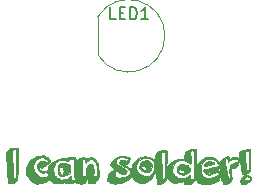
<source format=gbr>
%TF.GenerationSoftware,KiCad,Pcbnew,8.0.5*%
%TF.CreationDate,2025-02-18T11:52:43+00:00*%
%TF.ProjectId,solder_badge_SO,736f6c64-6572-45f6-9261-6467655f534f,v2*%
%TF.SameCoordinates,Original*%
%TF.FileFunction,Legend,Top*%
%TF.FilePolarity,Positive*%
%FSLAX46Y46*%
G04 Gerber Fmt 4.6, Leading zero omitted, Abs format (unit mm)*
G04 Created by KiCad (PCBNEW 8.0.5) date 2025-02-18 11:52:43*
%MOMM*%
%LPD*%
G01*
G04 APERTURE LIST*
%ADD10C,0.150000*%
%ADD11C,0.100000*%
%ADD12C,0.010000*%
G04 APERTURE END LIST*
D10*
X227910952Y-125674819D02*
X227434762Y-125674819D01*
X227434762Y-125674819D02*
X227434762Y-124674819D01*
X228244286Y-125151009D02*
X228577619Y-125151009D01*
X228720476Y-125674819D02*
X228244286Y-125674819D01*
X228244286Y-125674819D02*
X228244286Y-124674819D01*
X228244286Y-124674819D02*
X228720476Y-124674819D01*
X229149048Y-125674819D02*
X229149048Y-124674819D01*
X229149048Y-124674819D02*
X229387143Y-124674819D01*
X229387143Y-124674819D02*
X229530000Y-124722438D01*
X229530000Y-124722438D02*
X229625238Y-124817676D01*
X229625238Y-124817676D02*
X229672857Y-124912914D01*
X229672857Y-124912914D02*
X229720476Y-125103390D01*
X229720476Y-125103390D02*
X229720476Y-125246247D01*
X229720476Y-125246247D02*
X229672857Y-125436723D01*
X229672857Y-125436723D02*
X229625238Y-125531961D01*
X229625238Y-125531961D02*
X229530000Y-125627200D01*
X229530000Y-125627200D02*
X229387143Y-125674819D01*
X229387143Y-125674819D02*
X229149048Y-125674819D01*
X230672857Y-125674819D02*
X230101429Y-125674819D01*
X230387143Y-125674819D02*
X230387143Y-124674819D01*
X230387143Y-124674819D02*
X230291905Y-124817676D01*
X230291905Y-124817676D02*
X230196667Y-124912914D01*
X230196667Y-124912914D02*
X230101429Y-124960533D01*
D11*
%TO.C,LED1*%
X226410612Y-125476830D02*
X226410612Y-128686830D01*
X226408894Y-125469619D02*
G75*
G02*
X226410612Y-128686830I2611718J-1607211D01*
G01*
D12*
%TO.C,G\u002A\u002A\u002A*%
X236105304Y-137728626D02*
X236218900Y-137792567D01*
X236270957Y-137864348D01*
X236272139Y-137913027D01*
X236271817Y-137913319D01*
X236215893Y-137936340D01*
X236099134Y-137969327D01*
X235943829Y-138006165D01*
X235895685Y-138016502D01*
X235723797Y-138053128D01*
X235574367Y-138086001D01*
X235474577Y-138109118D01*
X235461768Y-138112354D01*
X235385987Y-138114102D01*
X235368000Y-138074915D01*
X235404007Y-137982639D01*
X235501193Y-137874533D01*
X235631094Y-137776659D01*
X235777811Y-137718804D01*
X235946755Y-137703088D01*
X236105304Y-137728626D01*
G36*
X236105304Y-137728626D02*
G01*
X236218900Y-137792567D01*
X236270957Y-137864348D01*
X236272139Y-137913027D01*
X236271817Y-137913319D01*
X236215893Y-137936340D01*
X236099134Y-137969327D01*
X235943829Y-138006165D01*
X235895685Y-138016502D01*
X235723797Y-138053128D01*
X235574367Y-138086001D01*
X235474577Y-138109118D01*
X235461768Y-138112354D01*
X235385987Y-138114102D01*
X235368000Y-138074915D01*
X235404007Y-137982639D01*
X235501193Y-137874533D01*
X235631094Y-137776659D01*
X235777811Y-137718804D01*
X235946755Y-137703088D01*
X236105304Y-137728626D01*
G37*
X230648924Y-137627948D02*
X230748173Y-137664955D01*
X230844109Y-137745272D01*
X230847263Y-137748417D01*
X230922150Y-137831108D01*
X230956938Y-137905432D01*
X230961765Y-138005705D01*
X230953070Y-138106588D01*
X230904540Y-138333436D01*
X230809506Y-138492028D01*
X230662394Y-138588224D01*
X230457629Y-138627885D01*
X230457154Y-138627911D01*
X230324164Y-138612329D01*
X230193809Y-138540075D01*
X230156098Y-138510374D01*
X230003541Y-138354232D01*
X229932710Y-138201626D01*
X229933433Y-138188468D01*
X230076334Y-138188468D01*
X230106660Y-138288914D01*
X230183300Y-138374265D01*
X230284743Y-138434874D01*
X230389478Y-138461095D01*
X230475996Y-138443281D01*
X230518941Y-138386964D01*
X230524522Y-138267760D01*
X230453909Y-138170419D01*
X230352088Y-138108950D01*
X230213339Y-138065815D01*
X230119199Y-138085209D01*
X230077637Y-138164836D01*
X230076334Y-138188468D01*
X229933433Y-138188468D01*
X229941260Y-138046053D01*
X229965844Y-137982667D01*
X230096436Y-137787093D01*
X230267161Y-137666010D01*
X230477820Y-137619554D01*
X230506171Y-137619000D01*
X230648924Y-137627948D01*
G36*
X230648924Y-137627948D02*
G01*
X230748173Y-137664955D01*
X230844109Y-137745272D01*
X230847263Y-137748417D01*
X230922150Y-137831108D01*
X230956938Y-137905432D01*
X230961765Y-138005705D01*
X230953070Y-138106588D01*
X230904540Y-138333436D01*
X230809506Y-138492028D01*
X230662394Y-138588224D01*
X230457629Y-138627885D01*
X230457154Y-138627911D01*
X230324164Y-138612329D01*
X230193809Y-138540075D01*
X230156098Y-138510374D01*
X230003541Y-138354232D01*
X229932710Y-138201626D01*
X229933433Y-138188468D01*
X230076334Y-138188468D01*
X230106660Y-138288914D01*
X230183300Y-138374265D01*
X230284743Y-138434874D01*
X230389478Y-138461095D01*
X230475996Y-138443281D01*
X230518941Y-138386964D01*
X230524522Y-138267760D01*
X230453909Y-138170419D01*
X230352088Y-138108950D01*
X230213339Y-138065815D01*
X230119199Y-138085209D01*
X230077637Y-138164836D01*
X230076334Y-138188468D01*
X229933433Y-138188468D01*
X229941260Y-138046053D01*
X229965844Y-137982667D01*
X230096436Y-137787093D01*
X230267161Y-137666010D01*
X230477820Y-137619554D01*
X230506171Y-137619000D01*
X230648924Y-137627948D01*
G37*
X239247811Y-138943966D02*
X239292382Y-138981697D01*
X239376317Y-139099365D01*
X239377111Y-139217386D01*
X239294338Y-139336615D01*
X239127573Y-139457904D01*
X239028150Y-139511805D01*
X238826797Y-139600193D01*
X238676202Y-139633476D01*
X238564024Y-139612999D01*
X238503425Y-139569091D01*
X238488893Y-139545167D01*
X238627667Y-139545167D01*
X238648834Y-139566334D01*
X238670000Y-139545167D01*
X238648834Y-139524000D01*
X238627667Y-139545167D01*
X238488893Y-139545167D01*
X238427815Y-139444617D01*
X238435133Y-139304927D01*
X238512870Y-139171091D01*
X238818091Y-139171091D01*
X238839509Y-139249045D01*
X238924842Y-139296638D01*
X239051996Y-139312031D01*
X239182956Y-139291212D01*
X239195704Y-139286638D01*
X239252883Y-139231827D01*
X239252169Y-139151189D01*
X239205579Y-139066661D01*
X239125131Y-139000177D01*
X239024248Y-138973667D01*
X238927693Y-139004726D01*
X238852854Y-139079657D01*
X238818091Y-139171091D01*
X238512870Y-139171091D01*
X238525437Y-139149456D01*
X238549284Y-139121144D01*
X238730041Y-138956350D01*
X238910117Y-138871251D01*
X239084408Y-138866804D01*
X239247811Y-138943966D01*
G36*
X239247811Y-138943966D02*
G01*
X239292382Y-138981697D01*
X239376317Y-139099365D01*
X239377111Y-139217386D01*
X239294338Y-139336615D01*
X239127573Y-139457904D01*
X239028150Y-139511805D01*
X238826797Y-139600193D01*
X238676202Y-139633476D01*
X238564024Y-139612999D01*
X238503425Y-139569091D01*
X238488893Y-139545167D01*
X238627667Y-139545167D01*
X238648834Y-139566334D01*
X238670000Y-139545167D01*
X238648834Y-139524000D01*
X238627667Y-139545167D01*
X238488893Y-139545167D01*
X238427815Y-139444617D01*
X238435133Y-139304927D01*
X238512870Y-139171091D01*
X238818091Y-139171091D01*
X238839509Y-139249045D01*
X238924842Y-139296638D01*
X239051996Y-139312031D01*
X239182956Y-139291212D01*
X239195704Y-139286638D01*
X239252883Y-139231827D01*
X239252169Y-139151189D01*
X239205579Y-139066661D01*
X239125131Y-139000177D01*
X239024248Y-138973667D01*
X238927693Y-139004726D01*
X238852854Y-139079657D01*
X238818091Y-139171091D01*
X238512870Y-139171091D01*
X238525437Y-139149456D01*
X238549284Y-139121144D01*
X238730041Y-138956350D01*
X238910117Y-138871251D01*
X239084408Y-138866804D01*
X239247811Y-138943966D01*
G37*
X223629246Y-137867494D02*
X223820877Y-137911635D01*
X223944043Y-137963612D01*
X224014264Y-138041959D01*
X224047065Y-138165207D01*
X224057966Y-138351889D01*
X224058552Y-138380041D01*
X224065094Y-138724308D01*
X223829356Y-138832232D01*
X223669798Y-138896135D01*
X223511600Y-138945056D01*
X223428053Y-138962364D01*
X223314136Y-138968375D01*
X223231832Y-138937803D01*
X223141696Y-138855229D01*
X223134578Y-138847642D01*
X223054783Y-138738982D01*
X223009709Y-138610082D01*
X222994829Y-138439706D01*
X223001211Y-138288342D01*
X223115722Y-138288342D01*
X223132517Y-138436221D01*
X223155280Y-138509265D01*
X223221855Y-138681915D01*
X223278847Y-138785449D01*
X223336164Y-138833141D01*
X223401114Y-138838652D01*
X223452942Y-138821811D01*
X223482844Y-138776343D01*
X223498640Y-138681907D01*
X223505976Y-138565833D01*
X223500828Y-138373412D01*
X223459137Y-138249961D01*
X223374725Y-138185411D01*
X223262580Y-138169334D01*
X223159138Y-138199184D01*
X223115722Y-138288342D01*
X223001211Y-138288342D01*
X223003552Y-138232834D01*
X223047410Y-138063500D01*
X223176000Y-138063500D01*
X223197167Y-138084667D01*
X223218334Y-138063500D01*
X223197167Y-138042334D01*
X223176000Y-138063500D01*
X223047410Y-138063500D01*
X223051098Y-138049261D01*
X223158840Y-137923157D01*
X223322664Y-137856927D01*
X223538451Y-137852973D01*
X223629246Y-137867494D01*
G36*
X223629246Y-137867494D02*
G01*
X223820877Y-137911635D01*
X223944043Y-137963612D01*
X224014264Y-138041959D01*
X224047065Y-138165207D01*
X224057966Y-138351889D01*
X224058552Y-138380041D01*
X224065094Y-138724308D01*
X223829356Y-138832232D01*
X223669798Y-138896135D01*
X223511600Y-138945056D01*
X223428053Y-138962364D01*
X223314136Y-138968375D01*
X223231832Y-138937803D01*
X223141696Y-138855229D01*
X223134578Y-138847642D01*
X223054783Y-138738982D01*
X223009709Y-138610082D01*
X222994829Y-138439706D01*
X223001211Y-138288342D01*
X223115722Y-138288342D01*
X223132517Y-138436221D01*
X223155280Y-138509265D01*
X223221855Y-138681915D01*
X223278847Y-138785449D01*
X223336164Y-138833141D01*
X223401114Y-138838652D01*
X223452942Y-138821811D01*
X223482844Y-138776343D01*
X223498640Y-138681907D01*
X223505976Y-138565833D01*
X223500828Y-138373412D01*
X223459137Y-138249961D01*
X223374725Y-138185411D01*
X223262580Y-138169334D01*
X223159138Y-138199184D01*
X223115722Y-138288342D01*
X223001211Y-138288342D01*
X223003552Y-138232834D01*
X223047410Y-138063500D01*
X223176000Y-138063500D01*
X223197167Y-138084667D01*
X223218334Y-138063500D01*
X223197167Y-138042334D01*
X223176000Y-138063500D01*
X223047410Y-138063500D01*
X223051098Y-138049261D01*
X223158840Y-137923157D01*
X223322664Y-137856927D01*
X223538451Y-137852973D01*
X223629246Y-137867494D01*
G37*
X233808106Y-137997712D02*
X233830931Y-138006939D01*
X233928947Y-138038931D01*
X233992167Y-138045642D01*
X234012651Y-138055136D01*
X234005098Y-138064681D01*
X234014964Y-138107360D01*
X234075842Y-138177241D01*
X234100348Y-138198972D01*
X234202609Y-138324162D01*
X234225000Y-138423044D01*
X234216186Y-138488513D01*
X234179370Y-138543518D01*
X234098996Y-138602413D01*
X233959506Y-138679553D01*
X233930856Y-138694447D01*
X233759351Y-138779295D01*
X233634761Y-138825119D01*
X233530654Y-138835191D01*
X233420603Y-138812786D01*
X233305818Y-138771873D01*
X233186285Y-138709391D01*
X233115587Y-138622374D01*
X233085418Y-138492260D01*
X233085729Y-138463200D01*
X233186879Y-138463200D01*
X233207397Y-138547338D01*
X233284372Y-138631013D01*
X233396264Y-138687509D01*
X233518652Y-138713017D01*
X233627112Y-138703727D01*
X233697221Y-138655833D01*
X233708956Y-138625550D01*
X233683937Y-138557825D01*
X233604368Y-138482865D01*
X233496467Y-138418835D01*
X233386453Y-138383899D01*
X233357167Y-138381807D01*
X233235931Y-138403229D01*
X233186879Y-138463200D01*
X233085729Y-138463200D01*
X233087472Y-138300487D01*
X233088469Y-138286183D01*
X233104390Y-138190500D01*
X233547667Y-138190500D01*
X233568834Y-138211667D01*
X233590000Y-138190500D01*
X233568834Y-138169334D01*
X233547667Y-138190500D01*
X233104390Y-138190500D01*
X233110013Y-138156711D01*
X233166635Y-138069742D01*
X233247878Y-138006448D01*
X233405888Y-137937371D01*
X233588071Y-137934455D01*
X233808106Y-137997712D01*
G36*
X233808106Y-137997712D02*
G01*
X233830931Y-138006939D01*
X233928947Y-138038931D01*
X233992167Y-138045642D01*
X234012651Y-138055136D01*
X234005098Y-138064681D01*
X234014964Y-138107360D01*
X234075842Y-138177241D01*
X234100348Y-138198972D01*
X234202609Y-138324162D01*
X234225000Y-138423044D01*
X234216186Y-138488513D01*
X234179370Y-138543518D01*
X234098996Y-138602413D01*
X233959506Y-138679553D01*
X233930856Y-138694447D01*
X233759351Y-138779295D01*
X233634761Y-138825119D01*
X233530654Y-138835191D01*
X233420603Y-138812786D01*
X233305818Y-138771873D01*
X233186285Y-138709391D01*
X233115587Y-138622374D01*
X233085418Y-138492260D01*
X233085729Y-138463200D01*
X233186879Y-138463200D01*
X233207397Y-138547338D01*
X233284372Y-138631013D01*
X233396264Y-138687509D01*
X233518652Y-138713017D01*
X233627112Y-138703727D01*
X233697221Y-138655833D01*
X233708956Y-138625550D01*
X233683937Y-138557825D01*
X233604368Y-138482865D01*
X233496467Y-138418835D01*
X233386453Y-138383899D01*
X233357167Y-138381807D01*
X233235931Y-138403229D01*
X233186879Y-138463200D01*
X233085729Y-138463200D01*
X233087472Y-138300487D01*
X233088469Y-138286183D01*
X233104390Y-138190500D01*
X233547667Y-138190500D01*
X233568834Y-138211667D01*
X233590000Y-138190500D01*
X233568834Y-138169334D01*
X233547667Y-138190500D01*
X233104390Y-138190500D01*
X233110013Y-138156711D01*
X233166635Y-138069742D01*
X233247878Y-138006448D01*
X233405888Y-137937371D01*
X233588071Y-137934455D01*
X233808106Y-137997712D01*
G37*
X219351026Y-136569365D02*
X219628095Y-136581834D01*
X219622512Y-137746000D01*
X219620034Y-138136266D01*
X219616148Y-138451645D01*
X219609977Y-138701913D01*
X219600645Y-138896849D01*
X219587274Y-139046229D01*
X219568987Y-139159831D01*
X219544907Y-139247433D01*
X219514156Y-139318812D01*
X219475858Y-139383745D01*
X219475546Y-139384223D01*
X219400254Y-139478733D01*
X219311368Y-139533986D01*
X219184483Y-139559741D01*
X219021555Y-139565755D01*
X218901088Y-139562077D01*
X218839397Y-139539490D01*
X218810642Y-139482066D01*
X218799294Y-139428750D01*
X218785598Y-139326776D01*
X218770306Y-139166757D01*
X218755793Y-138975225D01*
X218749104Y-138867834D01*
X218735688Y-138648918D01*
X218718009Y-138382271D01*
X218698556Y-138104558D01*
X218683016Y-137894167D01*
X218659223Y-137536188D01*
X218648615Y-137256141D01*
X218651289Y-137048311D01*
X218667341Y-136906982D01*
X218673245Y-136890876D01*
X219123074Y-136890876D01*
X219132312Y-137005167D01*
X219140215Y-137093665D01*
X219150325Y-137246918D01*
X219161464Y-137445086D01*
X219172455Y-137668323D01*
X219174867Y-137721788D01*
X219185461Y-137937002D01*
X219196521Y-138121036D01*
X219206928Y-138257778D01*
X219215562Y-138331115D01*
X219217740Y-138338515D01*
X219225648Y-138389973D01*
X219233282Y-138506309D01*
X219239541Y-138667737D01*
X219242177Y-138777922D01*
X219247756Y-138969984D01*
X219257396Y-139090535D01*
X219273438Y-139152716D01*
X219298220Y-139169664D01*
X219311394Y-139166612D01*
X219406572Y-139144661D01*
X219432963Y-139143000D01*
X219450629Y-139131661D01*
X219464567Y-139092032D01*
X219475189Y-139015691D01*
X219482905Y-138894220D01*
X219488128Y-138719198D01*
X219491270Y-138482206D01*
X219492743Y-138174823D01*
X219493000Y-137915334D01*
X219493000Y-136687667D01*
X219328256Y-136687667D01*
X219207898Y-136706203D01*
X219141999Y-136769896D01*
X219123074Y-136890876D01*
X218673245Y-136890876D01*
X218696868Y-136826438D01*
X218701210Y-136820720D01*
X218766818Y-136761660D01*
X218871622Y-136685485D01*
X218912441Y-136658857D01*
X219020369Y-136600819D01*
X219128807Y-136572441D01*
X219272134Y-136566707D01*
X219351026Y-136569365D01*
G36*
X219351026Y-136569365D02*
G01*
X219628095Y-136581834D01*
X219622512Y-137746000D01*
X219620034Y-138136266D01*
X219616148Y-138451645D01*
X219609977Y-138701913D01*
X219600645Y-138896849D01*
X219587274Y-139046229D01*
X219568987Y-139159831D01*
X219544907Y-139247433D01*
X219514156Y-139318812D01*
X219475858Y-139383745D01*
X219475546Y-139384223D01*
X219400254Y-139478733D01*
X219311368Y-139533986D01*
X219184483Y-139559741D01*
X219021555Y-139565755D01*
X218901088Y-139562077D01*
X218839397Y-139539490D01*
X218810642Y-139482066D01*
X218799294Y-139428750D01*
X218785598Y-139326776D01*
X218770306Y-139166757D01*
X218755793Y-138975225D01*
X218749104Y-138867834D01*
X218735688Y-138648918D01*
X218718009Y-138382271D01*
X218698556Y-138104558D01*
X218683016Y-137894167D01*
X218659223Y-137536188D01*
X218648615Y-137256141D01*
X218651289Y-137048311D01*
X218667341Y-136906982D01*
X218673245Y-136890876D01*
X219123074Y-136890876D01*
X219132312Y-137005167D01*
X219140215Y-137093665D01*
X219150325Y-137246918D01*
X219161464Y-137445086D01*
X219172455Y-137668323D01*
X219174867Y-137721788D01*
X219185461Y-137937002D01*
X219196521Y-138121036D01*
X219206928Y-138257778D01*
X219215562Y-138331115D01*
X219217740Y-138338515D01*
X219225648Y-138389973D01*
X219233282Y-138506309D01*
X219239541Y-138667737D01*
X219242177Y-138777922D01*
X219247756Y-138969984D01*
X219257396Y-139090535D01*
X219273438Y-139152716D01*
X219298220Y-139169664D01*
X219311394Y-139166612D01*
X219406572Y-139144661D01*
X219432963Y-139143000D01*
X219450629Y-139131661D01*
X219464567Y-139092032D01*
X219475189Y-139015691D01*
X219482905Y-138894220D01*
X219488128Y-138719198D01*
X219491270Y-138482206D01*
X219492743Y-138174823D01*
X219493000Y-137915334D01*
X219493000Y-136687667D01*
X219328256Y-136687667D01*
X219207898Y-136706203D01*
X219141999Y-136769896D01*
X219123074Y-136890876D01*
X218673245Y-136890876D01*
X218696868Y-136826438D01*
X218701210Y-136820720D01*
X218766818Y-136761660D01*
X218871622Y-136685485D01*
X218912441Y-136658857D01*
X219020369Y-136600819D01*
X219128807Y-136572441D01*
X219272134Y-136566707D01*
X219351026Y-136569365D01*
G37*
X221894764Y-137245527D02*
X221946725Y-137273167D01*
X222048683Y-137322895D01*
X222124069Y-137338214D01*
X222135843Y-137334852D01*
X222160041Y-137330049D01*
X222151764Y-137341755D01*
X222161681Y-137386585D01*
X222222723Y-137457709D01*
X222247014Y-137479305D01*
X222328074Y-137562131D01*
X222370051Y-137633581D01*
X222371667Y-137644642D01*
X222339393Y-137713409D01*
X222254187Y-137813213D01*
X222133468Y-137927991D01*
X221994657Y-138041676D01*
X221855175Y-138138202D01*
X221804599Y-138167596D01*
X221612790Y-138271693D01*
X221505395Y-138170800D01*
X221398000Y-138069908D01*
X221398000Y-138224478D01*
X221417268Y-138353385D01*
X221483694Y-138434205D01*
X221493250Y-138440657D01*
X221696704Y-138526831D01*
X221908778Y-138529180D01*
X221989505Y-138508384D01*
X222090746Y-138467385D01*
X222141841Y-138412507D01*
X222148022Y-138386823D01*
X222635179Y-138386823D01*
X222644059Y-138554169D01*
X222667203Y-138712583D01*
X222702956Y-138840971D01*
X222749658Y-138918244D01*
X222780609Y-138931334D01*
X222825798Y-138959580D01*
X222826750Y-138980663D01*
X222855876Y-139024058D01*
X222942337Y-139088867D01*
X223056858Y-139155304D01*
X223187065Y-139220574D01*
X223282007Y-139253704D01*
X223375628Y-139259255D01*
X223501868Y-139241786D01*
X223585363Y-139226309D01*
X223779100Y-139178915D01*
X223913398Y-139117128D01*
X223990256Y-139054924D01*
X224061773Y-138990040D01*
X224100717Y-138981735D01*
X224114441Y-139038768D01*
X224110298Y-139169896D01*
X224108629Y-139195917D01*
X224110526Y-139269496D01*
X224144343Y-139302993D01*
X224232720Y-139312046D01*
X224277171Y-139312334D01*
X224453389Y-139312334D01*
X224430717Y-138899584D01*
X224420350Y-138667502D01*
X224411782Y-138395550D01*
X224406314Y-138128521D01*
X224405207Y-138021167D01*
X224401284Y-137827587D01*
X224394092Y-137687634D01*
X225030977Y-137687634D01*
X225033307Y-137724834D01*
X225035608Y-137797622D01*
X225037441Y-137936216D01*
X225038641Y-138121753D01*
X225039039Y-138335373D01*
X225039017Y-138370417D01*
X225038481Y-138931334D01*
X225404708Y-138931334D01*
X225410886Y-138687917D01*
X225442273Y-138388196D01*
X225518211Y-138147764D01*
X225636247Y-137974240D01*
X225642500Y-137968135D01*
X225742188Y-137896430D01*
X225827088Y-137895797D01*
X225907388Y-137970431D01*
X225986190Y-138109657D01*
X226032988Y-138256285D01*
X226058582Y-138437987D01*
X226061527Y-138622145D01*
X226040379Y-138776139D01*
X226018323Y-138835475D01*
X226001856Y-138885383D01*
X226035153Y-138909315D01*
X226135186Y-138918650D01*
X226142831Y-138918961D01*
X226253792Y-138915727D01*
X226309165Y-138884799D01*
X226334736Y-138821037D01*
X226343689Y-138728725D01*
X226342992Y-138582104D01*
X226332899Y-138410953D01*
X226331055Y-138390035D01*
X226315730Y-138221400D01*
X226302847Y-138077362D01*
X226294901Y-137985834D01*
X226294327Y-137978834D01*
X226249383Y-137834873D01*
X226152615Y-137689829D01*
X226029008Y-137575771D01*
X225947710Y-137533963D01*
X225798007Y-137505042D01*
X225676427Y-137537199D01*
X225559182Y-137638816D01*
X225521116Y-137684328D01*
X225428031Y-137789873D01*
X225370678Y-137822270D01*
X225342035Y-137781450D01*
X225335000Y-137682500D01*
X225328447Y-137583194D01*
X225291474Y-137542468D01*
X225198111Y-137534352D01*
X225186834Y-137534334D01*
X225084276Y-137544149D01*
X225038141Y-137588031D01*
X225030977Y-137687634D01*
X224394092Y-137687634D01*
X224392855Y-137663563D01*
X224381243Y-137548725D01*
X224370450Y-137505302D01*
X224312058Y-137479236D01*
X224208018Y-137475112D01*
X224091999Y-137489188D01*
X223997674Y-137517719D01*
X223959572Y-137550981D01*
X223923735Y-137669757D01*
X223892387Y-137721398D01*
X223844660Y-137719550D01*
X223762945Y-137679541D01*
X223522400Y-137593553D01*
X223280874Y-137577223D01*
X223082369Y-137623334D01*
X223000127Y-137676376D01*
X222905429Y-137763482D01*
X222819687Y-137861092D01*
X222764310Y-137945645D01*
X222754921Y-137983645D01*
X222729439Y-138028063D01*
X222710712Y-138042099D01*
X222666848Y-138109697D01*
X222642223Y-138231635D01*
X222635179Y-138386823D01*
X222148022Y-138386823D01*
X222165720Y-138313297D01*
X222171404Y-138266799D01*
X222202211Y-138129185D01*
X222268250Y-138010319D01*
X222380947Y-137898778D01*
X222551723Y-137783136D01*
X222779936Y-137658158D01*
X222967107Y-137566035D01*
X223109338Y-137509169D01*
X223234255Y-137479199D01*
X223369488Y-137467766D01*
X223412521Y-137466755D01*
X223563402Y-137456749D01*
X223685220Y-137434848D01*
X223743422Y-137410718D01*
X223813650Y-137384518D01*
X223943247Y-137361967D01*
X224106916Y-137347184D01*
X224144452Y-137345404D01*
X224333762Y-137342845D01*
X224451429Y-137358142D01*
X224509819Y-137398619D01*
X224521297Y-137471601D01*
X224504873Y-137558864D01*
X224493170Y-137630528D01*
X224513381Y-137654136D01*
X224576717Y-137628567D01*
X224694388Y-137552700D01*
X224716225Y-137537733D01*
X224936868Y-137420000D01*
X225146814Y-137381710D01*
X225353562Y-137419163D01*
X225474068Y-137453258D01*
X225562014Y-137449415D01*
X225641659Y-137417004D01*
X225805902Y-137378260D01*
X225987141Y-137403775D01*
X226130989Y-137473987D01*
X226203718Y-137549154D01*
X226286694Y-137669278D01*
X226332451Y-137751165D01*
X226379915Y-137856537D01*
X226413882Y-137967374D01*
X226438126Y-138104155D01*
X226456422Y-138287359D01*
X226470391Y-138499635D01*
X226482659Y-138721544D01*
X226487886Y-138877005D01*
X226483956Y-138984095D01*
X226468758Y-139060891D01*
X226440177Y-139125467D01*
X226396100Y-139195901D01*
X226387459Y-139208935D01*
X226305619Y-139323179D01*
X226231045Y-139412605D01*
X226206872Y-139435982D01*
X226162532Y-139496422D01*
X226163465Y-139528797D01*
X226135254Y-139543964D01*
X226047458Y-139556506D01*
X225925147Y-139565225D01*
X225793391Y-139568922D01*
X225677260Y-139566400D01*
X225601822Y-139556458D01*
X225599584Y-139555750D01*
X225589048Y-139511985D01*
X225582316Y-139399409D01*
X225581962Y-139375834D01*
X226097000Y-139375834D01*
X226118167Y-139397000D01*
X226139334Y-139375834D01*
X226118167Y-139354667D01*
X226097000Y-139375834D01*
X225581962Y-139375834D01*
X225579828Y-139233813D01*
X225581495Y-139079500D01*
X226181667Y-139079500D01*
X226202834Y-139100667D01*
X226224000Y-139079500D01*
X226351000Y-139079500D01*
X226372167Y-139100667D01*
X226393334Y-139079500D01*
X226372167Y-139058334D01*
X226351000Y-139079500D01*
X226224000Y-139079500D01*
X226202834Y-139058334D01*
X226181667Y-139079500D01*
X225581495Y-139079500D01*
X225582020Y-139030987D01*
X225583423Y-138973667D01*
X225588143Y-138728119D01*
X225587362Y-138556053D01*
X225581715Y-138459407D01*
X225571839Y-138440118D01*
X225558370Y-138500126D01*
X225541944Y-138641368D01*
X225527865Y-138804334D01*
X225505428Y-139012926D01*
X225472331Y-139162753D01*
X225422012Y-139279619D01*
X225396187Y-139322009D01*
X225333180Y-139426090D01*
X225296486Y-139502206D01*
X225292667Y-139518381D01*
X225254402Y-139557192D01*
X225153997Y-139581336D01*
X225013033Y-139588748D01*
X224853093Y-139577364D01*
X224786878Y-139566753D01*
X224659204Y-139543034D01*
X224570648Y-139527509D01*
X224546055Y-139524000D01*
X224532233Y-139489564D01*
X224530667Y-139462702D01*
X224515634Y-139424886D01*
X224456440Y-139428882D01*
X224403667Y-139445677D01*
X224315715Y-139487042D01*
X224276773Y-139526537D01*
X224276667Y-139528141D01*
X224237808Y-139546450D01*
X224135065Y-139559969D01*
X223989193Y-139566184D01*
X223961270Y-139566334D01*
X223784170Y-139561558D01*
X223675386Y-139545278D01*
X223619002Y-139514561D01*
X223609631Y-139501570D01*
X223577401Y-139463340D01*
X223525885Y-139462033D01*
X223427692Y-139497698D01*
X223417580Y-139501907D01*
X223214789Y-139550277D01*
X222977003Y-139551861D01*
X222737730Y-139509637D01*
X222530475Y-139426580D01*
X222523350Y-139422466D01*
X222410142Y-139351301D01*
X222329583Y-139291775D01*
X222307931Y-139269619D01*
X222260149Y-139265132D01*
X222168344Y-139307689D01*
X222125826Y-139334927D01*
X221937193Y-139436753D01*
X221714123Y-139515382D01*
X221479978Y-139566593D01*
X221258115Y-139586165D01*
X221071896Y-139569878D01*
X220986316Y-139540801D01*
X220889817Y-139473117D01*
X220768730Y-139362061D01*
X220650841Y-139233479D01*
X220609845Y-139185334D01*
X221228667Y-139185334D01*
X221244156Y-139220179D01*
X221256889Y-139213556D01*
X221261870Y-139164167D01*
X221482667Y-139164167D01*
X221503834Y-139185334D01*
X221525000Y-139164167D01*
X221503834Y-139143000D01*
X221482667Y-139164167D01*
X221261870Y-139164167D01*
X221261956Y-139163316D01*
X221256889Y-139157111D01*
X221231722Y-139162922D01*
X221228667Y-139185334D01*
X220609845Y-139185334D01*
X220545189Y-139109406D01*
X220454754Y-139007915D01*
X220398107Y-138949807D01*
X220396007Y-138948003D01*
X220360785Y-138874632D01*
X220359732Y-138867834D01*
X220678334Y-138867834D01*
X220699500Y-138889000D01*
X220720667Y-138867834D01*
X220699500Y-138846667D01*
X220678334Y-138867834D01*
X220359732Y-138867834D01*
X220340240Y-138742000D01*
X220338685Y-138698500D01*
X220932334Y-138698500D01*
X220953500Y-138719667D01*
X220974667Y-138698500D01*
X220953500Y-138677334D01*
X220932334Y-138698500D01*
X220338685Y-138698500D01*
X220334239Y-138574207D01*
X220336357Y-138529167D01*
X220805334Y-138529167D01*
X220826500Y-138550334D01*
X220847667Y-138529167D01*
X220826500Y-138508000D01*
X220805334Y-138529167D01*
X220336357Y-138529167D01*
X220342652Y-138395354D01*
X220365347Y-138229540D01*
X220389109Y-138145346D01*
X220930449Y-138145346D01*
X220950631Y-138259478D01*
X220972253Y-138317500D01*
X221011848Y-138418592D01*
X221033524Y-138486028D01*
X221033686Y-138486834D01*
X221071907Y-138571872D01*
X221148732Y-138687591D01*
X221242635Y-138805067D01*
X221332091Y-138895372D01*
X221345893Y-138906383D01*
X221553116Y-139011699D01*
X221793661Y-139048164D01*
X222040727Y-139014563D01*
X222141431Y-138980787D01*
X222180286Y-138935602D01*
X222177775Y-138847858D01*
X222172797Y-138813716D01*
X222141758Y-138674713D01*
X222095102Y-138609586D01*
X222021084Y-138607635D01*
X221968657Y-138627682D01*
X221770062Y-138678560D01*
X221586745Y-138652104D01*
X221431789Y-138555621D01*
X221318277Y-138396414D01*
X221267430Y-138236135D01*
X221249109Y-138084889D01*
X221264628Y-137992309D01*
X221280022Y-137967963D01*
X221341288Y-137878773D01*
X221375557Y-137817321D01*
X221446340Y-137746393D01*
X221566717Y-137686688D01*
X221594866Y-137677687D01*
X221717859Y-137649948D01*
X221806691Y-137659127D01*
X221901407Y-137707062D01*
X221988375Y-137772589D01*
X222031859Y-137830113D01*
X222033000Y-137837424D01*
X222058831Y-137846027D01*
X222122582Y-137803008D01*
X222138770Y-137788393D01*
X222206946Y-137717734D01*
X222217214Y-137669822D01*
X222175335Y-137611595D01*
X222170520Y-137606189D01*
X222034226Y-137486152D01*
X221876313Y-137394934D01*
X221726877Y-137348262D01*
X221672254Y-137345839D01*
X221456698Y-137398578D01*
X221263198Y-137513505D01*
X221120119Y-137673492D01*
X221114720Y-137682500D01*
X221007954Y-137877090D01*
X220948043Y-138024628D01*
X220930449Y-138145346D01*
X220389109Y-138145346D01*
X220400599Y-138104639D01*
X220484790Y-137904907D01*
X220551874Y-137764934D01*
X220617640Y-137666463D01*
X220697875Y-137591235D01*
X220808367Y-137520994D01*
X220964903Y-137437483D01*
X220987829Y-137425548D01*
X221279235Y-137290543D01*
X221521824Y-137216443D01*
X221724149Y-137201891D01*
X221894764Y-137245527D01*
G36*
X221894764Y-137245527D02*
G01*
X221946725Y-137273167D01*
X222048683Y-137322895D01*
X222124069Y-137338214D01*
X222135843Y-137334852D01*
X222160041Y-137330049D01*
X222151764Y-137341755D01*
X222161681Y-137386585D01*
X222222723Y-137457709D01*
X222247014Y-137479305D01*
X222328074Y-137562131D01*
X222370051Y-137633581D01*
X222371667Y-137644642D01*
X222339393Y-137713409D01*
X222254187Y-137813213D01*
X222133468Y-137927991D01*
X221994657Y-138041676D01*
X221855175Y-138138202D01*
X221804599Y-138167596D01*
X221612790Y-138271693D01*
X221505395Y-138170800D01*
X221398000Y-138069908D01*
X221398000Y-138224478D01*
X221417268Y-138353385D01*
X221483694Y-138434205D01*
X221493250Y-138440657D01*
X221696704Y-138526831D01*
X221908778Y-138529180D01*
X221989505Y-138508384D01*
X222090746Y-138467385D01*
X222141841Y-138412507D01*
X222148022Y-138386823D01*
X222635179Y-138386823D01*
X222644059Y-138554169D01*
X222667203Y-138712583D01*
X222702956Y-138840971D01*
X222749658Y-138918244D01*
X222780609Y-138931334D01*
X222825798Y-138959580D01*
X222826750Y-138980663D01*
X222855876Y-139024058D01*
X222942337Y-139088867D01*
X223056858Y-139155304D01*
X223187065Y-139220574D01*
X223282007Y-139253704D01*
X223375628Y-139259255D01*
X223501868Y-139241786D01*
X223585363Y-139226309D01*
X223779100Y-139178915D01*
X223913398Y-139117128D01*
X223990256Y-139054924D01*
X224061773Y-138990040D01*
X224100717Y-138981735D01*
X224114441Y-139038768D01*
X224110298Y-139169896D01*
X224108629Y-139195917D01*
X224110526Y-139269496D01*
X224144343Y-139302993D01*
X224232720Y-139312046D01*
X224277171Y-139312334D01*
X224453389Y-139312334D01*
X224430717Y-138899584D01*
X224420350Y-138667502D01*
X224411782Y-138395550D01*
X224406314Y-138128521D01*
X224405207Y-138021167D01*
X224401284Y-137827587D01*
X224394092Y-137687634D01*
X225030977Y-137687634D01*
X225033307Y-137724834D01*
X225035608Y-137797622D01*
X225037441Y-137936216D01*
X225038641Y-138121753D01*
X225039039Y-138335373D01*
X225039017Y-138370417D01*
X225038481Y-138931334D01*
X225404708Y-138931334D01*
X225410886Y-138687917D01*
X225442273Y-138388196D01*
X225518211Y-138147764D01*
X225636247Y-137974240D01*
X225642500Y-137968135D01*
X225742188Y-137896430D01*
X225827088Y-137895797D01*
X225907388Y-137970431D01*
X225986190Y-138109657D01*
X226032988Y-138256285D01*
X226058582Y-138437987D01*
X226061527Y-138622145D01*
X226040379Y-138776139D01*
X226018323Y-138835475D01*
X226001856Y-138885383D01*
X226035153Y-138909315D01*
X226135186Y-138918650D01*
X226142831Y-138918961D01*
X226253792Y-138915727D01*
X226309165Y-138884799D01*
X226334736Y-138821037D01*
X226343689Y-138728725D01*
X226342992Y-138582104D01*
X226332899Y-138410953D01*
X226331055Y-138390035D01*
X226315730Y-138221400D01*
X226302847Y-138077362D01*
X226294901Y-137985834D01*
X226294327Y-137978834D01*
X226249383Y-137834873D01*
X226152615Y-137689829D01*
X226029008Y-137575771D01*
X225947710Y-137533963D01*
X225798007Y-137505042D01*
X225676427Y-137537199D01*
X225559182Y-137638816D01*
X225521116Y-137684328D01*
X225428031Y-137789873D01*
X225370678Y-137822270D01*
X225342035Y-137781450D01*
X225335000Y-137682500D01*
X225328447Y-137583194D01*
X225291474Y-137542468D01*
X225198111Y-137534352D01*
X225186834Y-137534334D01*
X225084276Y-137544149D01*
X225038141Y-137588031D01*
X225030977Y-137687634D01*
X224394092Y-137687634D01*
X224392855Y-137663563D01*
X224381243Y-137548725D01*
X224370450Y-137505302D01*
X224312058Y-137479236D01*
X224208018Y-137475112D01*
X224091999Y-137489188D01*
X223997674Y-137517719D01*
X223959572Y-137550981D01*
X223923735Y-137669757D01*
X223892387Y-137721398D01*
X223844660Y-137719550D01*
X223762945Y-137679541D01*
X223522400Y-137593553D01*
X223280874Y-137577223D01*
X223082369Y-137623334D01*
X223000127Y-137676376D01*
X222905429Y-137763482D01*
X222819687Y-137861092D01*
X222764310Y-137945645D01*
X222754921Y-137983645D01*
X222729439Y-138028063D01*
X222710712Y-138042099D01*
X222666848Y-138109697D01*
X222642223Y-138231635D01*
X222635179Y-138386823D01*
X222148022Y-138386823D01*
X222165720Y-138313297D01*
X222171404Y-138266799D01*
X222202211Y-138129185D01*
X222268250Y-138010319D01*
X222380947Y-137898778D01*
X222551723Y-137783136D01*
X222779936Y-137658158D01*
X222967107Y-137566035D01*
X223109338Y-137509169D01*
X223234255Y-137479199D01*
X223369488Y-137467766D01*
X223412521Y-137466755D01*
X223563402Y-137456749D01*
X223685220Y-137434848D01*
X223743422Y-137410718D01*
X223813650Y-137384518D01*
X223943247Y-137361967D01*
X224106916Y-137347184D01*
X224144452Y-137345404D01*
X224333762Y-137342845D01*
X224451429Y-137358142D01*
X224509819Y-137398619D01*
X224521297Y-137471601D01*
X224504873Y-137558864D01*
X224493170Y-137630528D01*
X224513381Y-137654136D01*
X224576717Y-137628567D01*
X224694388Y-137552700D01*
X224716225Y-137537733D01*
X224936868Y-137420000D01*
X225146814Y-137381710D01*
X225353562Y-137419163D01*
X225474068Y-137453258D01*
X225562014Y-137449415D01*
X225641659Y-137417004D01*
X225805902Y-137378260D01*
X225987141Y-137403775D01*
X226130989Y-137473987D01*
X226203718Y-137549154D01*
X226286694Y-137669278D01*
X226332451Y-137751165D01*
X226379915Y-137856537D01*
X226413882Y-137967374D01*
X226438126Y-138104155D01*
X226456422Y-138287359D01*
X226470391Y-138499635D01*
X226482659Y-138721544D01*
X226487886Y-138877005D01*
X226483956Y-138984095D01*
X226468758Y-139060891D01*
X226440177Y-139125467D01*
X226396100Y-139195901D01*
X226387459Y-139208935D01*
X226305619Y-139323179D01*
X226231045Y-139412605D01*
X226206872Y-139435982D01*
X226162532Y-139496422D01*
X226163465Y-139528797D01*
X226135254Y-139543964D01*
X226047458Y-139556506D01*
X225925147Y-139565225D01*
X225793391Y-139568922D01*
X225677260Y-139566400D01*
X225601822Y-139556458D01*
X225599584Y-139555750D01*
X225589048Y-139511985D01*
X225582316Y-139399409D01*
X225581962Y-139375834D01*
X226097000Y-139375834D01*
X226118167Y-139397000D01*
X226139334Y-139375834D01*
X226118167Y-139354667D01*
X226097000Y-139375834D01*
X225581962Y-139375834D01*
X225579828Y-139233813D01*
X225581495Y-139079500D01*
X226181667Y-139079500D01*
X226202834Y-139100667D01*
X226224000Y-139079500D01*
X226351000Y-139079500D01*
X226372167Y-139100667D01*
X226393334Y-139079500D01*
X226372167Y-139058334D01*
X226351000Y-139079500D01*
X226224000Y-139079500D01*
X226202834Y-139058334D01*
X226181667Y-139079500D01*
X225581495Y-139079500D01*
X225582020Y-139030987D01*
X225583423Y-138973667D01*
X225588143Y-138728119D01*
X225587362Y-138556053D01*
X225581715Y-138459407D01*
X225571839Y-138440118D01*
X225558370Y-138500126D01*
X225541944Y-138641368D01*
X225527865Y-138804334D01*
X225505428Y-139012926D01*
X225472331Y-139162753D01*
X225422012Y-139279619D01*
X225396187Y-139322009D01*
X225333180Y-139426090D01*
X225296486Y-139502206D01*
X225292667Y-139518381D01*
X225254402Y-139557192D01*
X225153997Y-139581336D01*
X225013033Y-139588748D01*
X224853093Y-139577364D01*
X224786878Y-139566753D01*
X224659204Y-139543034D01*
X224570648Y-139527509D01*
X224546055Y-139524000D01*
X224532233Y-139489564D01*
X224530667Y-139462702D01*
X224515634Y-139424886D01*
X224456440Y-139428882D01*
X224403667Y-139445677D01*
X224315715Y-139487042D01*
X224276773Y-139526537D01*
X224276667Y-139528141D01*
X224237808Y-139546450D01*
X224135065Y-139559969D01*
X223989193Y-139566184D01*
X223961270Y-139566334D01*
X223784170Y-139561558D01*
X223675386Y-139545278D01*
X223619002Y-139514561D01*
X223609631Y-139501570D01*
X223577401Y-139463340D01*
X223525885Y-139462033D01*
X223427692Y-139497698D01*
X223417580Y-139501907D01*
X223214789Y-139550277D01*
X222977003Y-139551861D01*
X222737730Y-139509637D01*
X222530475Y-139426580D01*
X222523350Y-139422466D01*
X222410142Y-139351301D01*
X222329583Y-139291775D01*
X222307931Y-139269619D01*
X222260149Y-139265132D01*
X222168344Y-139307689D01*
X222125826Y-139334927D01*
X221937193Y-139436753D01*
X221714123Y-139515382D01*
X221479978Y-139566593D01*
X221258115Y-139586165D01*
X221071896Y-139569878D01*
X220986316Y-139540801D01*
X220889817Y-139473117D01*
X220768730Y-139362061D01*
X220650841Y-139233479D01*
X220609845Y-139185334D01*
X221228667Y-139185334D01*
X221244156Y-139220179D01*
X221256889Y-139213556D01*
X221261870Y-139164167D01*
X221482667Y-139164167D01*
X221503834Y-139185334D01*
X221525000Y-139164167D01*
X221503834Y-139143000D01*
X221482667Y-139164167D01*
X221261870Y-139164167D01*
X221261956Y-139163316D01*
X221256889Y-139157111D01*
X221231722Y-139162922D01*
X221228667Y-139185334D01*
X220609845Y-139185334D01*
X220545189Y-139109406D01*
X220454754Y-139007915D01*
X220398107Y-138949807D01*
X220396007Y-138948003D01*
X220360785Y-138874632D01*
X220359732Y-138867834D01*
X220678334Y-138867834D01*
X220699500Y-138889000D01*
X220720667Y-138867834D01*
X220699500Y-138846667D01*
X220678334Y-138867834D01*
X220359732Y-138867834D01*
X220340240Y-138742000D01*
X220338685Y-138698500D01*
X220932334Y-138698500D01*
X220953500Y-138719667D01*
X220974667Y-138698500D01*
X220953500Y-138677334D01*
X220932334Y-138698500D01*
X220338685Y-138698500D01*
X220334239Y-138574207D01*
X220336357Y-138529167D01*
X220805334Y-138529167D01*
X220826500Y-138550334D01*
X220847667Y-138529167D01*
X220826500Y-138508000D01*
X220805334Y-138529167D01*
X220336357Y-138529167D01*
X220342652Y-138395354D01*
X220365347Y-138229540D01*
X220389109Y-138145346D01*
X220930449Y-138145346D01*
X220950631Y-138259478D01*
X220972253Y-138317500D01*
X221011848Y-138418592D01*
X221033524Y-138486028D01*
X221033686Y-138486834D01*
X221071907Y-138571872D01*
X221148732Y-138687591D01*
X221242635Y-138805067D01*
X221332091Y-138895372D01*
X221345893Y-138906383D01*
X221553116Y-139011699D01*
X221793661Y-139048164D01*
X222040727Y-139014563D01*
X222141431Y-138980787D01*
X222180286Y-138935602D01*
X222177775Y-138847858D01*
X222172797Y-138813716D01*
X222141758Y-138674713D01*
X222095102Y-138609586D01*
X222021084Y-138607635D01*
X221968657Y-138627682D01*
X221770062Y-138678560D01*
X221586745Y-138652104D01*
X221431789Y-138555621D01*
X221318277Y-138396414D01*
X221267430Y-138236135D01*
X221249109Y-138084889D01*
X221264628Y-137992309D01*
X221280022Y-137967963D01*
X221341288Y-137878773D01*
X221375557Y-137817321D01*
X221446340Y-137746393D01*
X221566717Y-137686688D01*
X221594866Y-137677687D01*
X221717859Y-137649948D01*
X221806691Y-137659127D01*
X221901407Y-137707062D01*
X221988375Y-137772589D01*
X222031859Y-137830113D01*
X222033000Y-137837424D01*
X222058831Y-137846027D01*
X222122582Y-137803008D01*
X222138770Y-137788393D01*
X222206946Y-137717734D01*
X222217214Y-137669822D01*
X222175335Y-137611595D01*
X222170520Y-137606189D01*
X222034226Y-137486152D01*
X221876313Y-137394934D01*
X221726877Y-137348262D01*
X221672254Y-137345839D01*
X221456698Y-137398578D01*
X221263198Y-137513505D01*
X221120119Y-137673492D01*
X221114720Y-137682500D01*
X221007954Y-137877090D01*
X220948043Y-138024628D01*
X220930449Y-138145346D01*
X220389109Y-138145346D01*
X220400599Y-138104639D01*
X220484790Y-137904907D01*
X220551874Y-137764934D01*
X220617640Y-137666463D01*
X220697875Y-137591235D01*
X220808367Y-137520994D01*
X220964903Y-137437483D01*
X220987829Y-137425548D01*
X221279235Y-137290543D01*
X221521824Y-137216443D01*
X221724149Y-137201891D01*
X221894764Y-137245527D01*
G37*
X234617159Y-136679220D02*
X234679516Y-136692087D01*
X234745320Y-136732017D01*
X234746363Y-136797740D01*
X234735440Y-136829416D01*
X234722199Y-136903082D01*
X234709473Y-137040929D01*
X234698126Y-137222473D01*
X234689019Y-137427231D01*
X234683017Y-137634718D01*
X234680983Y-137824450D01*
X234683779Y-137975942D01*
X234685669Y-138010584D01*
X234710769Y-138070882D01*
X234752227Y-138081799D01*
X234775947Y-138035350D01*
X234776051Y-138031750D01*
X234806717Y-137965963D01*
X234885364Y-137866146D01*
X234993697Y-137750954D01*
X235113417Y-137639041D01*
X235226229Y-137549064D01*
X235286044Y-137511765D01*
X235591346Y-137378487D01*
X235858286Y-137317033D01*
X236094058Y-137327864D01*
X236305856Y-137411437D01*
X236500875Y-137568213D01*
X236522315Y-137590702D01*
X236681797Y-137762000D01*
X236716281Y-137724834D01*
X236892000Y-137724834D01*
X236913167Y-137746000D01*
X236934334Y-137724834D01*
X236913167Y-137703667D01*
X236892000Y-137724834D01*
X236716281Y-137724834D01*
X236852040Y-137578521D01*
X237155667Y-137578521D01*
X237170375Y-137709061D01*
X237187604Y-137842470D01*
X237195657Y-137941166D01*
X237194623Y-137973064D01*
X237199856Y-138031640D01*
X237223545Y-138142324D01*
X237245684Y-138227064D01*
X237286814Y-138406149D01*
X237319768Y-138603669D01*
X237328355Y-138677334D01*
X237361206Y-138904934D01*
X237410254Y-139054197D01*
X237477737Y-139130295D01*
X237529925Y-139143000D01*
X237580911Y-139136758D01*
X237602533Y-139104245D01*
X237599907Y-139024785D01*
X237584917Y-138920750D01*
X237549855Y-138567423D01*
X237565862Y-138280773D01*
X237633451Y-138059562D01*
X237753133Y-137902553D01*
X237925421Y-137808506D01*
X238056167Y-137781571D01*
X238176316Y-137743826D01*
X238241637Y-137676420D01*
X238246592Y-137599570D01*
X238185638Y-137533492D01*
X238130250Y-137511233D01*
X237953031Y-137488687D01*
X237787109Y-137531216D01*
X237633275Y-137624624D01*
X237464384Y-137748650D01*
X237407497Y-137577992D01*
X237353800Y-137456670D01*
X237292300Y-137411852D01*
X237210137Y-137435528D01*
X237194231Y-137445126D01*
X237161892Y-137489733D01*
X237155667Y-137578521D01*
X236852040Y-137578521D01*
X236860982Y-137568884D01*
X237053353Y-137402871D01*
X237254223Y-137304618D01*
X237406317Y-137280334D01*
X237459815Y-137298633D01*
X237481999Y-137367513D01*
X237484667Y-137436420D01*
X237484667Y-137592507D01*
X237603400Y-137478754D01*
X237691737Y-137409006D01*
X237789405Y-137374918D01*
X237931519Y-137365091D01*
X237953814Y-137365000D01*
X238136225Y-137380497D01*
X238267287Y-137423374D01*
X238282318Y-137432818D01*
X238370178Y-137478642D01*
X238405772Y-137461271D01*
X238383711Y-137384198D01*
X238377097Y-137371409D01*
X238344761Y-137268680D01*
X238331334Y-137142035D01*
X238345640Y-137039117D01*
X238394182Y-136962230D01*
X238827992Y-136962230D01*
X238835203Y-137092958D01*
X238852965Y-137283667D01*
X238880841Y-137545846D01*
X238884193Y-137576667D01*
X238903429Y-137776695D01*
X238917377Y-137967073D01*
X238923931Y-138116947D01*
X238923990Y-138159568D01*
X238928025Y-138305036D01*
X238956232Y-138385125D01*
X239020603Y-138418241D01*
X239095832Y-138423334D01*
X239220334Y-138423334D01*
X239220334Y-137619000D01*
X239218148Y-137319764D01*
X239211799Y-137083871D01*
X239201593Y-136917227D01*
X239187841Y-136825738D01*
X239178000Y-136809375D01*
X239037206Y-136804623D01*
X238913417Y-136809336D01*
X238874046Y-136815036D01*
X238846976Y-136834758D01*
X238831771Y-136879993D01*
X238827992Y-136962230D01*
X238394182Y-136962230D01*
X238400483Y-136952250D01*
X238498643Y-136863716D01*
X238601409Y-136790297D01*
X238703820Y-136745021D01*
X238836164Y-136717844D01*
X238985477Y-136702253D01*
X239305000Y-136675243D01*
X239309202Y-136840205D01*
X239310186Y-136936212D01*
X239310291Y-137099384D01*
X239309571Y-137312225D01*
X239308080Y-137557237D01*
X239306345Y-137767167D01*
X239299287Y-138529167D01*
X239185727Y-138642412D01*
X239075554Y-138723159D01*
X238928605Y-138769886D01*
X238837114Y-138783828D01*
X238602061Y-138811999D01*
X238527728Y-138310750D01*
X238488599Y-138046602D01*
X238458586Y-137859615D01*
X238433126Y-137743391D01*
X238407658Y-137691538D01*
X238377616Y-137697660D01*
X238338438Y-137755362D01*
X238285561Y-137858250D01*
X238252414Y-137924931D01*
X238174878Y-138076810D01*
X238118577Y-138168366D01*
X238067193Y-138215162D01*
X238004412Y-138232758D01*
X237925783Y-138236469D01*
X237804022Y-138245888D01*
X237716267Y-138264769D01*
X237703533Y-138270717D01*
X237670129Y-138335948D01*
X237656389Y-138467537D01*
X237662321Y-138649488D01*
X237687929Y-138865806D01*
X237703282Y-138956203D01*
X237728063Y-139104862D01*
X237731303Y-139202331D01*
X237708517Y-139280352D01*
X237655224Y-139370663D01*
X237641879Y-139390925D01*
X237553944Y-139502681D01*
X237459499Y-139560871D01*
X237349180Y-139586517D01*
X237218620Y-139608862D01*
X237115325Y-139629983D01*
X237095416Y-139635038D01*
X237040902Y-139626354D01*
X236996620Y-139555216D01*
X236972298Y-139483779D01*
X236932422Y-139378223D01*
X236893624Y-139317839D01*
X236882270Y-139312334D01*
X236855076Y-139276770D01*
X236851323Y-139217084D01*
X236854640Y-139061515D01*
X236834717Y-138984916D01*
X236794045Y-138988567D01*
X236735113Y-139073744D01*
X236702548Y-139140677D01*
X236631035Y-139270114D01*
X236549076Y-139379712D01*
X236531739Y-139397402D01*
X236390926Y-139483549D01*
X236177100Y-139550762D01*
X235900257Y-139596782D01*
X235570392Y-139619348D01*
X235547421Y-139619948D01*
X235352837Y-139623089D01*
X235220141Y-139618647D01*
X235126622Y-139602362D01*
X235049566Y-139569972D01*
X234966262Y-139517217D01*
X234953686Y-139508570D01*
X234845700Y-139421794D01*
X234769810Y-139338281D01*
X234751895Y-139305175D01*
X234729716Y-139253387D01*
X234697162Y-139256964D01*
X234630478Y-139318882D01*
X234628763Y-139320605D01*
X234476248Y-139467112D01*
X234363649Y-139557350D01*
X234277633Y-139600875D01*
X234226834Y-139608667D01*
X234115191Y-139626902D01*
X234061186Y-139648046D01*
X233963074Y-139663355D01*
X233926386Y-139648695D01*
X233834743Y-139616547D01*
X233769917Y-139609315D01*
X233700328Y-139591762D01*
X233675959Y-139524348D01*
X233674667Y-139485810D01*
X233674667Y-139418167D01*
X234055667Y-139418167D01*
X234076834Y-139439334D01*
X234098000Y-139418167D01*
X234076834Y-139397000D01*
X234055667Y-139418167D01*
X233674667Y-139418167D01*
X233674667Y-139362953D01*
X233489969Y-139418539D01*
X233335921Y-139456860D01*
X233153439Y-139491355D01*
X233066726Y-139503929D01*
X232857799Y-139509736D01*
X232682295Y-139462774D01*
X232518972Y-139353692D01*
X232499393Y-139333500D01*
X234436667Y-139333500D01*
X234457834Y-139354667D01*
X234479000Y-139333500D01*
X234457834Y-139312334D01*
X234436667Y-139333500D01*
X232499393Y-139333500D01*
X232376245Y-139206500D01*
X233124334Y-139206500D01*
X233145500Y-139227667D01*
X233166667Y-139206500D01*
X233145500Y-139185334D01*
X233124334Y-139206500D01*
X232376245Y-139206500D01*
X232365292Y-139195205D01*
X232193547Y-138994834D01*
X232531667Y-138994834D01*
X232552834Y-139016000D01*
X232574000Y-138994834D01*
X232552834Y-138973667D01*
X232531667Y-138994834D01*
X232193547Y-138994834D01*
X232193273Y-139119214D01*
X232154087Y-139295414D01*
X232047290Y-139441603D01*
X231887788Y-139546724D01*
X231690489Y-139599719D01*
X231544362Y-139600538D01*
X231491720Y-139596070D01*
X231453418Y-139586391D01*
X231426176Y-139559383D01*
X231406716Y-139502925D01*
X231391760Y-139404901D01*
X231378031Y-139253189D01*
X231362249Y-139035672D01*
X231351891Y-138889000D01*
X231337999Y-138708508D01*
X231325617Y-138574280D01*
X231319901Y-138529167D01*
X231515667Y-138529167D01*
X231536834Y-138550334D01*
X231558000Y-138529167D01*
X231536834Y-138508000D01*
X231515667Y-138529167D01*
X231319901Y-138529167D01*
X231316070Y-138498939D01*
X231310685Y-138495107D01*
X231310607Y-138496156D01*
X231281285Y-138583276D01*
X231210903Y-138714161D01*
X231113517Y-138868311D01*
X231003185Y-139025224D01*
X230893966Y-139164396D01*
X230799917Y-139265326D01*
X230762708Y-139295219D01*
X230659231Y-139374252D01*
X230585144Y-139446636D01*
X230495455Y-139498876D01*
X230349367Y-139527979D01*
X230171932Y-139533914D01*
X229988205Y-139516647D01*
X229823239Y-139476144D01*
X229756722Y-139447741D01*
X229641957Y-139375834D01*
X230288000Y-139375834D01*
X230309167Y-139397000D01*
X230330334Y-139375834D01*
X230309167Y-139354667D01*
X230288000Y-139375834D01*
X229641957Y-139375834D01*
X229622467Y-139363623D01*
X229584937Y-139333500D01*
X230499667Y-139333500D01*
X230520834Y-139354667D01*
X230542000Y-139333500D01*
X230520834Y-139312334D01*
X230499667Y-139333500D01*
X229584937Y-139333500D01*
X229488340Y-139255969D01*
X229372969Y-139142742D01*
X229294986Y-139041907D01*
X229272000Y-138980360D01*
X229250496Y-138963503D01*
X229188652Y-139016053D01*
X229144014Y-139067312D01*
X229024325Y-139182794D01*
X228859518Y-139305089D01*
X228680042Y-139414542D01*
X228516344Y-139491499D01*
X228458865Y-139509588D01*
X228369743Y-139525945D01*
X228226190Y-139546718D01*
X228057994Y-139567626D01*
X228044334Y-139569180D01*
X227843658Y-139585095D01*
X227687601Y-139578105D01*
X227538653Y-139545867D01*
X227503974Y-139535423D01*
X227411033Y-139502834D01*
X227917334Y-139502834D01*
X227938500Y-139524000D01*
X227959667Y-139502834D01*
X227938500Y-139481667D01*
X227917334Y-139502834D01*
X227411033Y-139502834D01*
X227335365Y-139476302D01*
X227232869Y-139414545D01*
X227188081Y-139331989D01*
X227192597Y-139210469D01*
X227193605Y-139206500D01*
X228467667Y-139206500D01*
X228488834Y-139227667D01*
X228510000Y-139206500D01*
X228488834Y-139185334D01*
X228467667Y-139206500D01*
X227193605Y-139206500D01*
X227238011Y-139031821D01*
X227250963Y-138988623D01*
X227262982Y-138951173D01*
X227862013Y-138951173D01*
X227875873Y-139016900D01*
X227923087Y-139047778D01*
X228002000Y-139065585D01*
X228147889Y-139081960D01*
X228320443Y-139084047D01*
X228493191Y-139073630D01*
X228639657Y-139052492D01*
X228733370Y-139022417D01*
X228743245Y-139015658D01*
X228794111Y-138987777D01*
X228806334Y-138998241D01*
X228833174Y-138990852D01*
X228902647Y-138935698D01*
X228975667Y-138867834D01*
X229071779Y-138758079D01*
X229132804Y-138657373D01*
X229145000Y-138610951D01*
X229121166Y-138521381D01*
X229063569Y-138418921D01*
X228993064Y-138333842D01*
X228930507Y-138296412D01*
X228928227Y-138296334D01*
X228873495Y-138274950D01*
X228771328Y-138219134D01*
X228655311Y-138148167D01*
X228532364Y-138072043D01*
X228438476Y-138018579D01*
X228396095Y-138000000D01*
X228330341Y-137966999D01*
X228263316Y-137894167D01*
X228425334Y-137894167D01*
X228446500Y-137915334D01*
X228467667Y-137894167D01*
X228446500Y-137873000D01*
X228425334Y-137894167D01*
X228263316Y-137894167D01*
X228260793Y-137891426D01*
X228217252Y-137808425D01*
X228213667Y-137784845D01*
X228244874Y-137709180D01*
X228320861Y-137625697D01*
X228329415Y-137618764D01*
X228459841Y-137557826D01*
X228599709Y-137555055D01*
X228717357Y-137608787D01*
X228747500Y-137640737D01*
X228814125Y-137697850D01*
X228873396Y-137673442D01*
X228917575Y-137600029D01*
X228940980Y-137532400D01*
X228920086Y-137488826D01*
X228839380Y-137446952D01*
X228800302Y-137431026D01*
X228583911Y-137376863D01*
X228352792Y-137371662D01*
X228143340Y-137415008D01*
X228086667Y-137439149D01*
X227997319Y-137490534D01*
X227955887Y-137528068D01*
X227956237Y-137534334D01*
X227952570Y-137583269D01*
X227926883Y-137643490D01*
X227904120Y-137722740D01*
X227931343Y-137812431D01*
X227961441Y-137865740D01*
X228031082Y-137954063D01*
X228097442Y-137998682D01*
X228107211Y-138000000D01*
X228163963Y-138021509D01*
X228171334Y-138040135D01*
X228207025Y-138075822D01*
X228301463Y-138133760D01*
X228435696Y-138202567D01*
X228463918Y-138215830D01*
X228665523Y-138323580D01*
X228788544Y-138426318D01*
X228838275Y-138530559D01*
X228820009Y-138642821D01*
X228816751Y-138650209D01*
X228734577Y-138738695D01*
X228602064Y-138768368D01*
X228428474Y-138740549D01*
X228223069Y-138656558D01*
X228023167Y-138537102D01*
X228010698Y-138529167D01*
X228213667Y-138529167D01*
X228234834Y-138550334D01*
X228256000Y-138529167D01*
X228234834Y-138508000D01*
X228213667Y-138529167D01*
X228010698Y-138529167D01*
X227949684Y-138490342D01*
X227923839Y-138480737D01*
X227927550Y-138486064D01*
X227933687Y-138544746D01*
X227920146Y-138568112D01*
X227894894Y-138635345D01*
X227874292Y-138753778D01*
X227867596Y-138825779D01*
X227862013Y-138951173D01*
X227262982Y-138951173D01*
X227305135Y-138819830D01*
X227354345Y-138707343D01*
X227415567Y-138625691D01*
X227505773Y-138549405D01*
X227534005Y-138529167D01*
X227748000Y-138529167D01*
X227769167Y-138550334D01*
X227790334Y-138529167D01*
X227769167Y-138508000D01*
X227748000Y-138529167D01*
X227534005Y-138529167D01*
X227578297Y-138497417D01*
X227683336Y-138418122D01*
X227743281Y-138361211D01*
X227745557Y-138338685D01*
X227744647Y-138338666D01*
X227674045Y-138304141D01*
X227590111Y-138218294D01*
X227512659Y-138107715D01*
X227461500Y-137998992D01*
X227451667Y-137945472D01*
X227482721Y-137866498D01*
X227563966Y-137754881D01*
X227677522Y-137628329D01*
X227805511Y-137504548D01*
X227930054Y-137401245D01*
X228033273Y-137336128D01*
X228080504Y-137322667D01*
X228163065Y-137304021D01*
X228192500Y-137280334D01*
X228252920Y-137252952D01*
X228371793Y-137244780D01*
X228525793Y-137253104D01*
X228691595Y-137275210D01*
X228845873Y-137308386D01*
X228965300Y-137349918D01*
X229007417Y-137375128D01*
X229054069Y-137393698D01*
X229063309Y-137380767D01*
X229078005Y-137383275D01*
X229100112Y-137428500D01*
X229103276Y-137511404D01*
X229072946Y-137624285D01*
X229021002Y-137742636D01*
X228959324Y-137841947D01*
X228899789Y-137897709D01*
X228871292Y-137900585D01*
X228801817Y-137911497D01*
X228746284Y-137953855D01*
X228710433Y-138003269D01*
X228723363Y-138039892D01*
X228797443Y-138082312D01*
X228846885Y-138105030D01*
X228970827Y-138171834D01*
X229070329Y-138243848D01*
X229088073Y-138261263D01*
X229126778Y-138297699D01*
X229160177Y-138299253D01*
X229167589Y-138291048D01*
X229410000Y-138291048D01*
X229441011Y-138270759D01*
X229446587Y-138265289D01*
X229480025Y-138209785D01*
X229475491Y-138189380D01*
X229444000Y-138202084D01*
X229422889Y-138241591D01*
X229410000Y-138291048D01*
X229167589Y-138291048D01*
X229200367Y-138254766D01*
X229259444Y-138153076D01*
X229311578Y-138055049D01*
X229332202Y-138024788D01*
X229620720Y-138024788D01*
X229631951Y-138274845D01*
X229721339Y-138500970D01*
X229884429Y-138697773D01*
X230116766Y-138859865D01*
X230411189Y-138981030D01*
X230559925Y-138986385D01*
X230713119Y-138926495D01*
X230814368Y-138842321D01*
X230893783Y-138763403D01*
X230953542Y-138721648D01*
X230962207Y-138719667D01*
X231006432Y-138686823D01*
X231070778Y-138604572D01*
X231094181Y-138568511D01*
X231149055Y-138432864D01*
X231181301Y-138257284D01*
X231190608Y-138068034D01*
X231176664Y-137891377D01*
X231139158Y-137753574D01*
X231104486Y-137699724D01*
X231048460Y-137640167D01*
X231261667Y-137640167D01*
X231282834Y-137661334D01*
X231304000Y-137640167D01*
X231282834Y-137619000D01*
X231261667Y-137640167D01*
X231048460Y-137640167D01*
X231022693Y-137612777D01*
X230975727Y-137559116D01*
X230874046Y-137487115D01*
X230720597Y-137432643D01*
X230547667Y-137403054D01*
X230387542Y-137405704D01*
X230342890Y-137414941D01*
X230059052Y-137519164D01*
X229840780Y-137655547D01*
X229693646Y-137819383D01*
X229623227Y-138005966D01*
X229620720Y-138024788D01*
X229332202Y-138024788D01*
X229503947Y-137772794D01*
X229754291Y-137549472D01*
X230067407Y-137380956D01*
X230118667Y-137360688D01*
X230402900Y-137296341D01*
X230692503Y-137315790D01*
X230983494Y-137418682D01*
X231026620Y-137441076D01*
X231240500Y-137556779D01*
X231253716Y-137323730D01*
X231277187Y-137147848D01*
X231298511Y-137101967D01*
X231738326Y-137101967D01*
X231747347Y-137216834D01*
X231760752Y-137355997D01*
X231774781Y-137557930D01*
X231788456Y-137800751D01*
X231800799Y-138062578D01*
X231810831Y-138321530D01*
X231817574Y-138555725D01*
X231820051Y-138743280D01*
X231819131Y-138822626D01*
X231821336Y-139004769D01*
X231844723Y-139116134D01*
X231895525Y-139169278D01*
X231979973Y-139176759D01*
X231994025Y-139174993D01*
X232034363Y-139156516D01*
X232060030Y-139103540D01*
X232075862Y-138998743D01*
X232085655Y-138846667D01*
X232091187Y-138694370D01*
X232095293Y-138529167D01*
X232531667Y-138529167D01*
X232552834Y-138550334D01*
X232574000Y-138529167D01*
X232552834Y-138508000D01*
X232531667Y-138529167D01*
X232095293Y-138529167D01*
X232096560Y-138478230D01*
X232098371Y-138382945D01*
X232703280Y-138382945D01*
X232722013Y-138576641D01*
X232764448Y-138677334D01*
X232819973Y-138780812D01*
X232852404Y-138853336D01*
X232912464Y-138929167D01*
X232948331Y-138949601D01*
X233026072Y-138986965D01*
X233139334Y-139050370D01*
X233187834Y-139079454D01*
X233375571Y-139155064D01*
X233581140Y-139158526D01*
X233813722Y-139089130D01*
X233955691Y-139020079D01*
X234182667Y-138897144D01*
X234182667Y-138997416D01*
X234220369Y-139100254D01*
X234324046Y-139165962D01*
X234455050Y-139185334D01*
X234521079Y-139177810D01*
X234554469Y-139140461D01*
X234568028Y-139051120D01*
X234571214Y-138984250D01*
X234573747Y-138844578D01*
X234571257Y-138729091D01*
X234568849Y-138698500D01*
X234565305Y-138620361D01*
X234563606Y-138473844D01*
X234563606Y-138466354D01*
X235104168Y-138466354D01*
X235144937Y-138690390D01*
X235233372Y-138881777D01*
X235367820Y-139022504D01*
X235400538Y-139043245D01*
X235560097Y-139111844D01*
X235730508Y-139133150D01*
X235931734Y-139107010D01*
X236172069Y-139037257D01*
X236410610Y-138943455D01*
X236564686Y-138852987D01*
X236634430Y-138765727D01*
X236619974Y-138681547D01*
X236581957Y-138641188D01*
X236527527Y-138625050D01*
X236435540Y-138647267D01*
X236290149Y-138711876D01*
X236275040Y-138719343D01*
X236022400Y-138817939D01*
X235799217Y-138850577D01*
X235613496Y-138817147D01*
X235484773Y-138730250D01*
X235456168Y-138692684D01*
X235633651Y-138692684D01*
X235645795Y-138708373D01*
X235666541Y-138721927D01*
X235801298Y-138757817D01*
X235977783Y-138724223D01*
X236130000Y-138656167D01*
X236239192Y-138595694D01*
X236281428Y-138563619D01*
X236252386Y-138557087D01*
X236147745Y-138573244D01*
X236036834Y-138594620D01*
X235843036Y-138633110D01*
X235719652Y-138659391D01*
X235654063Y-138677803D01*
X235633651Y-138692684D01*
X235456168Y-138692684D01*
X235402561Y-138622285D01*
X235349732Y-138514212D01*
X235347057Y-138504561D01*
X235339049Y-138466665D01*
X235339662Y-138461081D01*
X236535521Y-138461081D01*
X236565631Y-138465667D01*
X236637514Y-138499272D01*
X236689131Y-138560917D01*
X236743240Y-138656167D01*
X236756068Y-138548704D01*
X236752111Y-138424096D01*
X236733622Y-138345887D01*
X236698349Y-138250533D01*
X236597295Y-138358100D01*
X236536665Y-138430303D01*
X236535521Y-138461081D01*
X235339662Y-138461081D01*
X235342442Y-138435797D01*
X235366865Y-138408635D01*
X235421948Y-138381852D01*
X235517319Y-138352126D01*
X235662607Y-138316130D01*
X235867441Y-138270542D01*
X236141450Y-138212036D01*
X236278167Y-138183089D01*
X236429619Y-138147440D01*
X236548098Y-138112918D01*
X236609231Y-138086677D01*
X236610533Y-138085532D01*
X236636606Y-138006706D01*
X236607267Y-137894006D01*
X236531825Y-137768140D01*
X236419591Y-137649818D01*
X236411693Y-137643249D01*
X236286376Y-137553354D01*
X236165178Y-137504543D01*
X236006553Y-137480961D01*
X235981119Y-137478929D01*
X235736306Y-137481778D01*
X235544364Y-137537522D01*
X235386264Y-137654341D01*
X235284399Y-137778454D01*
X235172246Y-137992376D01*
X235112720Y-138227679D01*
X235104168Y-138466354D01*
X234563606Y-138466354D01*
X234563613Y-138402167D01*
X234817667Y-138402167D01*
X234838834Y-138423334D01*
X234860000Y-138402167D01*
X234838834Y-138381000D01*
X234817667Y-138402167D01*
X234563613Y-138402167D01*
X234563626Y-138275213D01*
X234565235Y-138040734D01*
X234568307Y-137786672D01*
X234572712Y-137529291D01*
X234578322Y-137284857D01*
X234580636Y-137202373D01*
X234584372Y-137029087D01*
X234580067Y-136921562D01*
X234563362Y-136860971D01*
X234529897Y-136828490D01*
X234489968Y-136810789D01*
X234378846Y-136780346D01*
X234309368Y-136772334D01*
X234277656Y-136777189D01*
X234256669Y-136800557D01*
X234245145Y-136855637D01*
X234241825Y-136955633D01*
X234245446Y-137113745D01*
X234254748Y-137343175D01*
X234254777Y-137343834D01*
X234263645Y-137578525D01*
X234265843Y-137740871D01*
X234260635Y-137842987D01*
X234247290Y-137896986D01*
X234225074Y-137914983D01*
X234220170Y-137915334D01*
X234153022Y-137882754D01*
X234107825Y-137830667D01*
X234046203Y-137764088D01*
X234002391Y-137745739D01*
X233931358Y-137726413D01*
X233830192Y-137679842D01*
X233822834Y-137675855D01*
X233666651Y-137625096D01*
X233472540Y-137609001D01*
X233279907Y-137627766D01*
X233144402Y-137672486D01*
X232971888Y-137800321D01*
X232835805Y-137974720D01*
X232743740Y-138175617D01*
X232703280Y-138382945D01*
X232098371Y-138382945D01*
X232101488Y-138219074D01*
X232105684Y-137937724D01*
X232108863Y-137655006D01*
X232110737Y-137391744D01*
X232111021Y-137168763D01*
X232110251Y-137058084D01*
X232104101Y-136955491D01*
X232072315Y-136910621D01*
X231989835Y-136899607D01*
X231943589Y-136899334D01*
X231823388Y-136917774D01*
X231757485Y-136981244D01*
X231738326Y-137101967D01*
X231298511Y-137101967D01*
X231335674Y-137022009D01*
X231447151Y-136916577D01*
X231536734Y-136857062D01*
X231638128Y-136816101D01*
X231780673Y-136783962D01*
X231937546Y-136763487D01*
X232081927Y-136757518D01*
X232186992Y-136768899D01*
X232219476Y-136784699D01*
X232230294Y-136836716D01*
X232237340Y-136955157D01*
X232240763Y-137121869D01*
X232240713Y-137318701D01*
X232237343Y-137527501D01*
X232230802Y-137730115D01*
X232221241Y-137908393D01*
X232209044Y-138042334D01*
X232185094Y-138232834D01*
X232297580Y-138079792D01*
X232391717Y-137970884D01*
X232488612Y-137886854D01*
X232513199Y-137871556D01*
X232588840Y-137819976D01*
X232616334Y-137781893D01*
X232652688Y-137738971D01*
X232745395Y-137682155D01*
X232869916Y-137622561D01*
X232933499Y-137597834D01*
X233886334Y-137597834D01*
X233907500Y-137619000D01*
X233928667Y-137597834D01*
X233907500Y-137576667D01*
X233886334Y-137597834D01*
X232933499Y-137597834D01*
X233001716Y-137571305D01*
X233116257Y-137539504D01*
X233162761Y-137534334D01*
X233260805Y-137521761D01*
X233314177Y-137493062D01*
X233368992Y-137472807D01*
X233478044Y-137472213D01*
X233528342Y-137477650D01*
X233717000Y-137503508D01*
X233717000Y-137273735D01*
X233721950Y-137138373D01*
X233747081Y-137045444D01*
X233807812Y-136960381D01*
X233896917Y-136870393D01*
X233935844Y-136835834D01*
X234055667Y-136835834D01*
X234076834Y-136857000D01*
X234098000Y-136835834D01*
X234076834Y-136814667D01*
X234055667Y-136835834D01*
X233935844Y-136835834D01*
X234010928Y-136769177D01*
X234109629Y-136713599D01*
X234231550Y-136686462D01*
X234330834Y-136676762D01*
X234484985Y-136671588D01*
X234617159Y-136679220D01*
G36*
X234617159Y-136679220D02*
G01*
X234679516Y-136692087D01*
X234745320Y-136732017D01*
X234746363Y-136797740D01*
X234735440Y-136829416D01*
X234722199Y-136903082D01*
X234709473Y-137040929D01*
X234698126Y-137222473D01*
X234689019Y-137427231D01*
X234683017Y-137634718D01*
X234680983Y-137824450D01*
X234683779Y-137975942D01*
X234685669Y-138010584D01*
X234710769Y-138070882D01*
X234752227Y-138081799D01*
X234775947Y-138035350D01*
X234776051Y-138031750D01*
X234806717Y-137965963D01*
X234885364Y-137866146D01*
X234993697Y-137750954D01*
X235113417Y-137639041D01*
X235226229Y-137549064D01*
X235286044Y-137511765D01*
X235591346Y-137378487D01*
X235858286Y-137317033D01*
X236094058Y-137327864D01*
X236305856Y-137411437D01*
X236500875Y-137568213D01*
X236522315Y-137590702D01*
X236681797Y-137762000D01*
X236716281Y-137724834D01*
X236892000Y-137724834D01*
X236913167Y-137746000D01*
X236934334Y-137724834D01*
X236913167Y-137703667D01*
X236892000Y-137724834D01*
X236716281Y-137724834D01*
X236852040Y-137578521D01*
X237155667Y-137578521D01*
X237170375Y-137709061D01*
X237187604Y-137842470D01*
X237195657Y-137941166D01*
X237194623Y-137973064D01*
X237199856Y-138031640D01*
X237223545Y-138142324D01*
X237245684Y-138227064D01*
X237286814Y-138406149D01*
X237319768Y-138603669D01*
X237328355Y-138677334D01*
X237361206Y-138904934D01*
X237410254Y-139054197D01*
X237477737Y-139130295D01*
X237529925Y-139143000D01*
X237580911Y-139136758D01*
X237602533Y-139104245D01*
X237599907Y-139024785D01*
X237584917Y-138920750D01*
X237549855Y-138567423D01*
X237565862Y-138280773D01*
X237633451Y-138059562D01*
X237753133Y-137902553D01*
X237925421Y-137808506D01*
X238056167Y-137781571D01*
X238176316Y-137743826D01*
X238241637Y-137676420D01*
X238246592Y-137599570D01*
X238185638Y-137533492D01*
X238130250Y-137511233D01*
X237953031Y-137488687D01*
X237787109Y-137531216D01*
X237633275Y-137624624D01*
X237464384Y-137748650D01*
X237407497Y-137577992D01*
X237353800Y-137456670D01*
X237292300Y-137411852D01*
X237210137Y-137435528D01*
X237194231Y-137445126D01*
X237161892Y-137489733D01*
X237155667Y-137578521D01*
X236852040Y-137578521D01*
X236860982Y-137568884D01*
X237053353Y-137402871D01*
X237254223Y-137304618D01*
X237406317Y-137280334D01*
X237459815Y-137298633D01*
X237481999Y-137367513D01*
X237484667Y-137436420D01*
X237484667Y-137592507D01*
X237603400Y-137478754D01*
X237691737Y-137409006D01*
X237789405Y-137374918D01*
X237931519Y-137365091D01*
X237953814Y-137365000D01*
X238136225Y-137380497D01*
X238267287Y-137423374D01*
X238282318Y-137432818D01*
X238370178Y-137478642D01*
X238405772Y-137461271D01*
X238383711Y-137384198D01*
X238377097Y-137371409D01*
X238344761Y-137268680D01*
X238331334Y-137142035D01*
X238345640Y-137039117D01*
X238394182Y-136962230D01*
X238827992Y-136962230D01*
X238835203Y-137092958D01*
X238852965Y-137283667D01*
X238880841Y-137545846D01*
X238884193Y-137576667D01*
X238903429Y-137776695D01*
X238917377Y-137967073D01*
X238923931Y-138116947D01*
X238923990Y-138159568D01*
X238928025Y-138305036D01*
X238956232Y-138385125D01*
X239020603Y-138418241D01*
X239095832Y-138423334D01*
X239220334Y-138423334D01*
X239220334Y-137619000D01*
X239218148Y-137319764D01*
X239211799Y-137083871D01*
X239201593Y-136917227D01*
X239187841Y-136825738D01*
X239178000Y-136809375D01*
X239037206Y-136804623D01*
X238913417Y-136809336D01*
X238874046Y-136815036D01*
X238846976Y-136834758D01*
X238831771Y-136879993D01*
X238827992Y-136962230D01*
X238394182Y-136962230D01*
X238400483Y-136952250D01*
X238498643Y-136863716D01*
X238601409Y-136790297D01*
X238703820Y-136745021D01*
X238836164Y-136717844D01*
X238985477Y-136702253D01*
X239305000Y-136675243D01*
X239309202Y-136840205D01*
X239310186Y-136936212D01*
X239310291Y-137099384D01*
X239309571Y-137312225D01*
X239308080Y-137557237D01*
X239306345Y-137767167D01*
X239299287Y-138529167D01*
X239185727Y-138642412D01*
X239075554Y-138723159D01*
X238928605Y-138769886D01*
X238837114Y-138783828D01*
X238602061Y-138811999D01*
X238527728Y-138310750D01*
X238488599Y-138046602D01*
X238458586Y-137859615D01*
X238433126Y-137743391D01*
X238407658Y-137691538D01*
X238377616Y-137697660D01*
X238338438Y-137755362D01*
X238285561Y-137858250D01*
X238252414Y-137924931D01*
X238174878Y-138076810D01*
X238118577Y-138168366D01*
X238067193Y-138215162D01*
X238004412Y-138232758D01*
X237925783Y-138236469D01*
X237804022Y-138245888D01*
X237716267Y-138264769D01*
X237703533Y-138270717D01*
X237670129Y-138335948D01*
X237656389Y-138467537D01*
X237662321Y-138649488D01*
X237687929Y-138865806D01*
X237703282Y-138956203D01*
X237728063Y-139104862D01*
X237731303Y-139202331D01*
X237708517Y-139280352D01*
X237655224Y-139370663D01*
X237641879Y-139390925D01*
X237553944Y-139502681D01*
X237459499Y-139560871D01*
X237349180Y-139586517D01*
X237218620Y-139608862D01*
X237115325Y-139629983D01*
X237095416Y-139635038D01*
X237040902Y-139626354D01*
X236996620Y-139555216D01*
X236972298Y-139483779D01*
X236932422Y-139378223D01*
X236893624Y-139317839D01*
X236882270Y-139312334D01*
X236855076Y-139276770D01*
X236851323Y-139217084D01*
X236854640Y-139061515D01*
X236834717Y-138984916D01*
X236794045Y-138988567D01*
X236735113Y-139073744D01*
X236702548Y-139140677D01*
X236631035Y-139270114D01*
X236549076Y-139379712D01*
X236531739Y-139397402D01*
X236390926Y-139483549D01*
X236177100Y-139550762D01*
X235900257Y-139596782D01*
X235570392Y-139619348D01*
X235547421Y-139619948D01*
X235352837Y-139623089D01*
X235220141Y-139618647D01*
X235126622Y-139602362D01*
X235049566Y-139569972D01*
X234966262Y-139517217D01*
X234953686Y-139508570D01*
X234845700Y-139421794D01*
X234769810Y-139338281D01*
X234751895Y-139305175D01*
X234729716Y-139253387D01*
X234697162Y-139256964D01*
X234630478Y-139318882D01*
X234628763Y-139320605D01*
X234476248Y-139467112D01*
X234363649Y-139557350D01*
X234277633Y-139600875D01*
X234226834Y-139608667D01*
X234115191Y-139626902D01*
X234061186Y-139648046D01*
X233963074Y-139663355D01*
X233926386Y-139648695D01*
X233834743Y-139616547D01*
X233769917Y-139609315D01*
X233700328Y-139591762D01*
X233675959Y-139524348D01*
X233674667Y-139485810D01*
X233674667Y-139418167D01*
X234055667Y-139418167D01*
X234076834Y-139439334D01*
X234098000Y-139418167D01*
X234076834Y-139397000D01*
X234055667Y-139418167D01*
X233674667Y-139418167D01*
X233674667Y-139362953D01*
X233489969Y-139418539D01*
X233335921Y-139456860D01*
X233153439Y-139491355D01*
X233066726Y-139503929D01*
X232857799Y-139509736D01*
X232682295Y-139462774D01*
X232518972Y-139353692D01*
X232499393Y-139333500D01*
X234436667Y-139333500D01*
X234457834Y-139354667D01*
X234479000Y-139333500D01*
X234457834Y-139312334D01*
X234436667Y-139333500D01*
X232499393Y-139333500D01*
X232376245Y-139206500D01*
X233124334Y-139206500D01*
X233145500Y-139227667D01*
X233166667Y-139206500D01*
X233145500Y-139185334D01*
X233124334Y-139206500D01*
X232376245Y-139206500D01*
X232365292Y-139195205D01*
X232193547Y-138994834D01*
X232531667Y-138994834D01*
X232552834Y-139016000D01*
X232574000Y-138994834D01*
X232552834Y-138973667D01*
X232531667Y-138994834D01*
X232193547Y-138994834D01*
X232193273Y-139119214D01*
X232154087Y-139295414D01*
X232047290Y-139441603D01*
X231887788Y-139546724D01*
X231690489Y-139599719D01*
X231544362Y-139600538D01*
X231491720Y-139596070D01*
X231453418Y-139586391D01*
X231426176Y-139559383D01*
X231406716Y-139502925D01*
X231391760Y-139404901D01*
X231378031Y-139253189D01*
X231362249Y-139035672D01*
X231351891Y-138889000D01*
X231337999Y-138708508D01*
X231325617Y-138574280D01*
X231319901Y-138529167D01*
X231515667Y-138529167D01*
X231536834Y-138550334D01*
X231558000Y-138529167D01*
X231536834Y-138508000D01*
X231515667Y-138529167D01*
X231319901Y-138529167D01*
X231316070Y-138498939D01*
X231310685Y-138495107D01*
X231310607Y-138496156D01*
X231281285Y-138583276D01*
X231210903Y-138714161D01*
X231113517Y-138868311D01*
X231003185Y-139025224D01*
X230893966Y-139164396D01*
X230799917Y-139265326D01*
X230762708Y-139295219D01*
X230659231Y-139374252D01*
X230585144Y-139446636D01*
X230495455Y-139498876D01*
X230349367Y-139527979D01*
X230171932Y-139533914D01*
X229988205Y-139516647D01*
X229823239Y-139476144D01*
X229756722Y-139447741D01*
X229641957Y-139375834D01*
X230288000Y-139375834D01*
X230309167Y-139397000D01*
X230330334Y-139375834D01*
X230309167Y-139354667D01*
X230288000Y-139375834D01*
X229641957Y-139375834D01*
X229622467Y-139363623D01*
X229584937Y-139333500D01*
X230499667Y-139333500D01*
X230520834Y-139354667D01*
X230542000Y-139333500D01*
X230520834Y-139312334D01*
X230499667Y-139333500D01*
X229584937Y-139333500D01*
X229488340Y-139255969D01*
X229372969Y-139142742D01*
X229294986Y-139041907D01*
X229272000Y-138980360D01*
X229250496Y-138963503D01*
X229188652Y-139016053D01*
X229144014Y-139067312D01*
X229024325Y-139182794D01*
X228859518Y-139305089D01*
X228680042Y-139414542D01*
X228516344Y-139491499D01*
X228458865Y-139509588D01*
X228369743Y-139525945D01*
X228226190Y-139546718D01*
X228057994Y-139567626D01*
X228044334Y-139569180D01*
X227843658Y-139585095D01*
X227687601Y-139578105D01*
X227538653Y-139545867D01*
X227503974Y-139535423D01*
X227411033Y-139502834D01*
X227917334Y-139502834D01*
X227938500Y-139524000D01*
X227959667Y-139502834D01*
X227938500Y-139481667D01*
X227917334Y-139502834D01*
X227411033Y-139502834D01*
X227335365Y-139476302D01*
X227232869Y-139414545D01*
X227188081Y-139331989D01*
X227192597Y-139210469D01*
X227193605Y-139206500D01*
X228467667Y-139206500D01*
X228488834Y-139227667D01*
X228510000Y-139206500D01*
X228488834Y-139185334D01*
X228467667Y-139206500D01*
X227193605Y-139206500D01*
X227238011Y-139031821D01*
X227250963Y-138988623D01*
X227262982Y-138951173D01*
X227862013Y-138951173D01*
X227875873Y-139016900D01*
X227923087Y-139047778D01*
X228002000Y-139065585D01*
X228147889Y-139081960D01*
X228320443Y-139084047D01*
X228493191Y-139073630D01*
X228639657Y-139052492D01*
X228733370Y-139022417D01*
X228743245Y-139015658D01*
X228794111Y-138987777D01*
X228806334Y-138998241D01*
X228833174Y-138990852D01*
X228902647Y-138935698D01*
X228975667Y-138867834D01*
X229071779Y-138758079D01*
X229132804Y-138657373D01*
X229145000Y-138610951D01*
X229121166Y-138521381D01*
X229063569Y-138418921D01*
X228993064Y-138333842D01*
X228930507Y-138296412D01*
X228928227Y-138296334D01*
X228873495Y-138274950D01*
X228771328Y-138219134D01*
X228655311Y-138148167D01*
X228532364Y-138072043D01*
X228438476Y-138018579D01*
X228396095Y-138000000D01*
X228330341Y-137966999D01*
X228263316Y-137894167D01*
X228425334Y-137894167D01*
X228446500Y-137915334D01*
X228467667Y-137894167D01*
X228446500Y-137873000D01*
X228425334Y-137894167D01*
X228263316Y-137894167D01*
X228260793Y-137891426D01*
X228217252Y-137808425D01*
X228213667Y-137784845D01*
X228244874Y-137709180D01*
X228320861Y-137625697D01*
X228329415Y-137618764D01*
X228459841Y-137557826D01*
X228599709Y-137555055D01*
X228717357Y-137608787D01*
X228747500Y-137640737D01*
X228814125Y-137697850D01*
X228873396Y-137673442D01*
X228917575Y-137600029D01*
X228940980Y-137532400D01*
X228920086Y-137488826D01*
X228839380Y-137446952D01*
X228800302Y-137431026D01*
X228583911Y-137376863D01*
X228352792Y-137371662D01*
X228143340Y-137415008D01*
X228086667Y-137439149D01*
X227997319Y-137490534D01*
X227955887Y-137528068D01*
X227956237Y-137534334D01*
X227952570Y-137583269D01*
X227926883Y-137643490D01*
X227904120Y-137722740D01*
X227931343Y-137812431D01*
X227961441Y-137865740D01*
X228031082Y-137954063D01*
X228097442Y-137998682D01*
X228107211Y-138000000D01*
X228163963Y-138021509D01*
X228171334Y-138040135D01*
X228207025Y-138075822D01*
X228301463Y-138133760D01*
X228435696Y-138202567D01*
X228463918Y-138215830D01*
X228665523Y-138323580D01*
X228788544Y-138426318D01*
X228838275Y-138530559D01*
X228820009Y-138642821D01*
X228816751Y-138650209D01*
X228734577Y-138738695D01*
X228602064Y-138768368D01*
X228428474Y-138740549D01*
X228223069Y-138656558D01*
X228023167Y-138537102D01*
X228010698Y-138529167D01*
X228213667Y-138529167D01*
X228234834Y-138550334D01*
X228256000Y-138529167D01*
X228234834Y-138508000D01*
X228213667Y-138529167D01*
X228010698Y-138529167D01*
X227949684Y-138490342D01*
X227923839Y-138480737D01*
X227927550Y-138486064D01*
X227933687Y-138544746D01*
X227920146Y-138568112D01*
X227894894Y-138635345D01*
X227874292Y-138753778D01*
X227867596Y-138825779D01*
X227862013Y-138951173D01*
X227262982Y-138951173D01*
X227305135Y-138819830D01*
X227354345Y-138707343D01*
X227415567Y-138625691D01*
X227505773Y-138549405D01*
X227534005Y-138529167D01*
X227748000Y-138529167D01*
X227769167Y-138550334D01*
X227790334Y-138529167D01*
X227769167Y-138508000D01*
X227748000Y-138529167D01*
X227534005Y-138529167D01*
X227578297Y-138497417D01*
X227683336Y-138418122D01*
X227743281Y-138361211D01*
X227745557Y-138338685D01*
X227744647Y-138338666D01*
X227674045Y-138304141D01*
X227590111Y-138218294D01*
X227512659Y-138107715D01*
X227461500Y-137998992D01*
X227451667Y-137945472D01*
X227482721Y-137866498D01*
X227563966Y-137754881D01*
X227677522Y-137628329D01*
X227805511Y-137504548D01*
X227930054Y-137401245D01*
X228033273Y-137336128D01*
X228080504Y-137322667D01*
X228163065Y-137304021D01*
X228192500Y-137280334D01*
X228252920Y-137252952D01*
X228371793Y-137244780D01*
X228525793Y-137253104D01*
X228691595Y-137275210D01*
X228845873Y-137308386D01*
X228965300Y-137349918D01*
X229007417Y-137375128D01*
X229054069Y-137393698D01*
X229063309Y-137380767D01*
X229078005Y-137383275D01*
X229100112Y-137428500D01*
X229103276Y-137511404D01*
X229072946Y-137624285D01*
X229021002Y-137742636D01*
X228959324Y-137841947D01*
X228899789Y-137897709D01*
X228871292Y-137900585D01*
X228801817Y-137911497D01*
X228746284Y-137953855D01*
X228710433Y-138003269D01*
X228723363Y-138039892D01*
X228797443Y-138082312D01*
X228846885Y-138105030D01*
X228970827Y-138171834D01*
X229070329Y-138243848D01*
X229088073Y-138261263D01*
X229126778Y-138297699D01*
X229160177Y-138299253D01*
X229167589Y-138291048D01*
X229410000Y-138291048D01*
X229441011Y-138270759D01*
X229446587Y-138265289D01*
X229480025Y-138209785D01*
X229475491Y-138189380D01*
X229444000Y-138202084D01*
X229422889Y-138241591D01*
X229410000Y-138291048D01*
X229167589Y-138291048D01*
X229200367Y-138254766D01*
X229259444Y-138153076D01*
X229311578Y-138055049D01*
X229332202Y-138024788D01*
X229620720Y-138024788D01*
X229631951Y-138274845D01*
X229721339Y-138500970D01*
X229884429Y-138697773D01*
X230116766Y-138859865D01*
X230411189Y-138981030D01*
X230559925Y-138986385D01*
X230713119Y-138926495D01*
X230814368Y-138842321D01*
X230893783Y-138763403D01*
X230953542Y-138721648D01*
X230962207Y-138719667D01*
X231006432Y-138686823D01*
X231070778Y-138604572D01*
X231094181Y-138568511D01*
X231149055Y-138432864D01*
X231181301Y-138257284D01*
X231190608Y-138068034D01*
X231176664Y-137891377D01*
X231139158Y-137753574D01*
X231104486Y-137699724D01*
X231048460Y-137640167D01*
X231261667Y-137640167D01*
X231282834Y-137661334D01*
X231304000Y-137640167D01*
X231282834Y-137619000D01*
X231261667Y-137640167D01*
X231048460Y-137640167D01*
X231022693Y-137612777D01*
X230975727Y-137559116D01*
X230874046Y-137487115D01*
X230720597Y-137432643D01*
X230547667Y-137403054D01*
X230387542Y-137405704D01*
X230342890Y-137414941D01*
X230059052Y-137519164D01*
X229840780Y-137655547D01*
X229693646Y-137819383D01*
X229623227Y-138005966D01*
X229620720Y-138024788D01*
X229332202Y-138024788D01*
X229503947Y-137772794D01*
X229754291Y-137549472D01*
X230067407Y-137380956D01*
X230118667Y-137360688D01*
X230402900Y-137296341D01*
X230692503Y-137315790D01*
X230983494Y-137418682D01*
X231026620Y-137441076D01*
X231240500Y-137556779D01*
X231253716Y-137323730D01*
X231277187Y-137147848D01*
X231298511Y-137101967D01*
X231738326Y-137101967D01*
X231747347Y-137216834D01*
X231760752Y-137355997D01*
X231774781Y-137557930D01*
X231788456Y-137800751D01*
X231800799Y-138062578D01*
X231810831Y-138321530D01*
X231817574Y-138555725D01*
X231820051Y-138743280D01*
X231819131Y-138822626D01*
X231821336Y-139004769D01*
X231844723Y-139116134D01*
X231895525Y-139169278D01*
X231979973Y-139176759D01*
X231994025Y-139174993D01*
X232034363Y-139156516D01*
X232060030Y-139103540D01*
X232075862Y-138998743D01*
X232085655Y-138846667D01*
X232091187Y-138694370D01*
X232095293Y-138529167D01*
X232531667Y-138529167D01*
X232552834Y-138550334D01*
X232574000Y-138529167D01*
X232552834Y-138508000D01*
X232531667Y-138529167D01*
X232095293Y-138529167D01*
X232096560Y-138478230D01*
X232098371Y-138382945D01*
X232703280Y-138382945D01*
X232722013Y-138576641D01*
X232764448Y-138677334D01*
X232819973Y-138780812D01*
X232852404Y-138853336D01*
X232912464Y-138929167D01*
X232948331Y-138949601D01*
X233026072Y-138986965D01*
X233139334Y-139050370D01*
X233187834Y-139079454D01*
X233375571Y-139155064D01*
X233581140Y-139158526D01*
X233813722Y-139089130D01*
X233955691Y-139020079D01*
X234182667Y-138897144D01*
X234182667Y-138997416D01*
X234220369Y-139100254D01*
X234324046Y-139165962D01*
X234455050Y-139185334D01*
X234521079Y-139177810D01*
X234554469Y-139140461D01*
X234568028Y-139051120D01*
X234571214Y-138984250D01*
X234573747Y-138844578D01*
X234571257Y-138729091D01*
X234568849Y-138698500D01*
X234565305Y-138620361D01*
X234563606Y-138473844D01*
X234563606Y-138466354D01*
X235104168Y-138466354D01*
X235144937Y-138690390D01*
X235233372Y-138881777D01*
X235367820Y-139022504D01*
X235400538Y-139043245D01*
X235560097Y-139111844D01*
X235730508Y-139133150D01*
X235931734Y-139107010D01*
X236172069Y-139037257D01*
X236410610Y-138943455D01*
X236564686Y-138852987D01*
X236634430Y-138765727D01*
X236619974Y-138681547D01*
X236581957Y-138641188D01*
X236527527Y-138625050D01*
X236435540Y-138647267D01*
X236290149Y-138711876D01*
X236275040Y-138719343D01*
X236022400Y-138817939D01*
X235799217Y-138850577D01*
X235613496Y-138817147D01*
X235484773Y-138730250D01*
X235456168Y-138692684D01*
X235633651Y-138692684D01*
X235645795Y-138708373D01*
X235666541Y-138721927D01*
X235801298Y-138757817D01*
X235977783Y-138724223D01*
X236130000Y-138656167D01*
X236239192Y-138595694D01*
X236281428Y-138563619D01*
X236252386Y-138557087D01*
X236147745Y-138573244D01*
X236036834Y-138594620D01*
X235843036Y-138633110D01*
X235719652Y-138659391D01*
X235654063Y-138677803D01*
X235633651Y-138692684D01*
X235456168Y-138692684D01*
X235402561Y-138622285D01*
X235349732Y-138514212D01*
X235347057Y-138504561D01*
X235339049Y-138466665D01*
X235339662Y-138461081D01*
X236535521Y-138461081D01*
X236565631Y-138465667D01*
X236637514Y-138499272D01*
X236689131Y-138560917D01*
X236743240Y-138656167D01*
X236756068Y-138548704D01*
X236752111Y-138424096D01*
X236733622Y-138345887D01*
X236698349Y-138250533D01*
X236597295Y-138358100D01*
X236536665Y-138430303D01*
X236535521Y-138461081D01*
X235339662Y-138461081D01*
X235342442Y-138435797D01*
X235366865Y-138408635D01*
X235421948Y-138381852D01*
X235517319Y-138352126D01*
X235662607Y-138316130D01*
X235867441Y-138270542D01*
X236141450Y-138212036D01*
X236278167Y-138183089D01*
X236429619Y-138147440D01*
X236548098Y-138112918D01*
X236609231Y-138086677D01*
X236610533Y-138085532D01*
X236636606Y-138006706D01*
X236607267Y-137894006D01*
X236531825Y-137768140D01*
X236419591Y-137649818D01*
X236411693Y-137643249D01*
X236286376Y-137553354D01*
X236165178Y-137504543D01*
X236006553Y-137480961D01*
X235981119Y-137478929D01*
X235736306Y-137481778D01*
X235544364Y-137537522D01*
X235386264Y-137654341D01*
X235284399Y-137778454D01*
X235172246Y-137992376D01*
X235112720Y-138227679D01*
X235104168Y-138466354D01*
X234563606Y-138466354D01*
X234563613Y-138402167D01*
X234817667Y-138402167D01*
X234838834Y-138423334D01*
X234860000Y-138402167D01*
X234838834Y-138381000D01*
X234817667Y-138402167D01*
X234563613Y-138402167D01*
X234563626Y-138275213D01*
X234565235Y-138040734D01*
X234568307Y-137786672D01*
X234572712Y-137529291D01*
X234578322Y-137284857D01*
X234580636Y-137202373D01*
X234584372Y-137029087D01*
X234580067Y-136921562D01*
X234563362Y-136860971D01*
X234529897Y-136828490D01*
X234489968Y-136810789D01*
X234378846Y-136780346D01*
X234309368Y-136772334D01*
X234277656Y-136777189D01*
X234256669Y-136800557D01*
X234245145Y-136855637D01*
X234241825Y-136955633D01*
X234245446Y-137113745D01*
X234254748Y-137343175D01*
X234254777Y-137343834D01*
X234263645Y-137578525D01*
X234265843Y-137740871D01*
X234260635Y-137842987D01*
X234247290Y-137896986D01*
X234225074Y-137914983D01*
X234220170Y-137915334D01*
X234153022Y-137882754D01*
X234107825Y-137830667D01*
X234046203Y-137764088D01*
X234002391Y-137745739D01*
X233931358Y-137726413D01*
X233830192Y-137679842D01*
X233822834Y-137675855D01*
X233666651Y-137625096D01*
X233472540Y-137609001D01*
X233279907Y-137627766D01*
X233144402Y-137672486D01*
X232971888Y-137800321D01*
X232835805Y-137974720D01*
X232743740Y-138175617D01*
X232703280Y-138382945D01*
X232098371Y-138382945D01*
X232101488Y-138219074D01*
X232105684Y-137937724D01*
X232108863Y-137655006D01*
X232110737Y-137391744D01*
X232111021Y-137168763D01*
X232110251Y-137058084D01*
X232104101Y-136955491D01*
X232072315Y-136910621D01*
X231989835Y-136899607D01*
X231943589Y-136899334D01*
X231823388Y-136917774D01*
X231757485Y-136981244D01*
X231738326Y-137101967D01*
X231298511Y-137101967D01*
X231335674Y-137022009D01*
X231447151Y-136916577D01*
X231536734Y-136857062D01*
X231638128Y-136816101D01*
X231780673Y-136783962D01*
X231937546Y-136763487D01*
X232081927Y-136757518D01*
X232186992Y-136768899D01*
X232219476Y-136784699D01*
X232230294Y-136836716D01*
X232237340Y-136955157D01*
X232240763Y-137121869D01*
X232240713Y-137318701D01*
X232237343Y-137527501D01*
X232230802Y-137730115D01*
X232221241Y-137908393D01*
X232209044Y-138042334D01*
X232185094Y-138232834D01*
X232297580Y-138079792D01*
X232391717Y-137970884D01*
X232488612Y-137886854D01*
X232513199Y-137871556D01*
X232588840Y-137819976D01*
X232616334Y-137781893D01*
X232652688Y-137738971D01*
X232745395Y-137682155D01*
X232869916Y-137622561D01*
X232933499Y-137597834D01*
X233886334Y-137597834D01*
X233907500Y-137619000D01*
X233928667Y-137597834D01*
X233907500Y-137576667D01*
X233886334Y-137597834D01*
X232933499Y-137597834D01*
X233001716Y-137571305D01*
X233116257Y-137539504D01*
X233162761Y-137534334D01*
X233260805Y-137521761D01*
X233314177Y-137493062D01*
X233368992Y-137472807D01*
X233478044Y-137472213D01*
X233528342Y-137477650D01*
X233717000Y-137503508D01*
X233717000Y-137273735D01*
X233721950Y-137138373D01*
X233747081Y-137045444D01*
X233807812Y-136960381D01*
X233896917Y-136870393D01*
X233935844Y-136835834D01*
X234055667Y-136835834D01*
X234076834Y-136857000D01*
X234098000Y-136835834D01*
X234076834Y-136814667D01*
X234055667Y-136835834D01*
X233935844Y-136835834D01*
X234010928Y-136769177D01*
X234109629Y-136713599D01*
X234231550Y-136686462D01*
X234330834Y-136676762D01*
X234484985Y-136671588D01*
X234617159Y-136679220D01*
G37*
%TD*%
M02*

</source>
